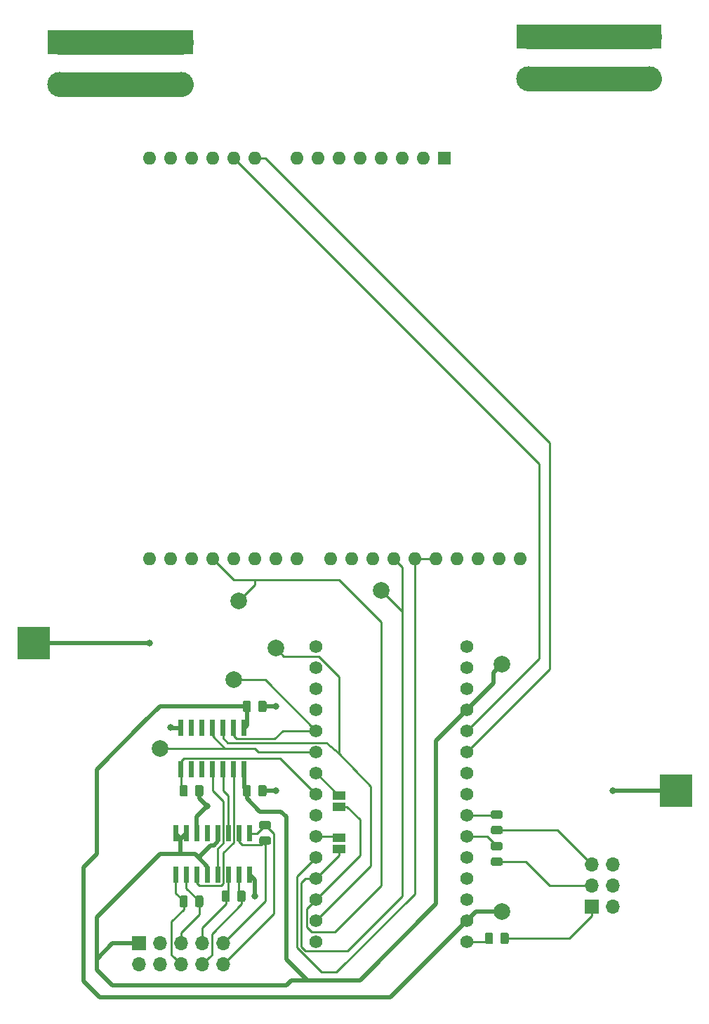
<source format=gbr>
G04 #@! TF.GenerationSoftware,KiCad,Pcbnew,5.1.5+dfsg1-2build2*
G04 #@! TF.CreationDate,2021-11-22T11:52:30+00:00*
G04 #@! TF.ProjectId,PIDController,50494443-6f6e-4747-926f-6c6c65722e6b,rev?*
G04 #@! TF.SameCoordinates,Original*
G04 #@! TF.FileFunction,Copper,L1,Top*
G04 #@! TF.FilePolarity,Positive*
%FSLAX46Y46*%
G04 Gerber Fmt 4.6, Leading zero omitted, Abs format (unit mm)*
G04 Created by KiCad (PCBNEW 5.1.5+dfsg1-2build2) date 2021-11-22 11:52:30*
%MOMM*%
%LPD*%
G04 APERTURE LIST*
%ADD10C,0.100000*%
%ADD11O,1.600000X1.600000*%
%ADD12R,1.600000X1.600000*%
%ADD13R,3.000000X3.000000*%
%ADD14C,3.000000*%
%ADD15C,1.560000*%
%ADD16R,1.700000X1.700000*%
%ADD17O,1.700000X1.700000*%
%ADD18R,1.500000X1.000000*%
%ADD19C,2.000000*%
%ADD20R,4.000000X4.000000*%
%ADD21C,0.800000*%
%ADD22C,0.500000*%
%ADD23C,0.250000*%
%ADD24C,3.000000*%
G04 APERTURE END LIST*
G04 #@! TA.AperFunction,SMDPad,CuDef*
D10*
G36*
X136370142Y-136341174D02*
G01*
X136393803Y-136344684D01*
X136417007Y-136350496D01*
X136439529Y-136358554D01*
X136461153Y-136368782D01*
X136481670Y-136381079D01*
X136500883Y-136395329D01*
X136518607Y-136411393D01*
X136534671Y-136429117D01*
X136548921Y-136448330D01*
X136561218Y-136468847D01*
X136571446Y-136490471D01*
X136579504Y-136512993D01*
X136585316Y-136536197D01*
X136588826Y-136559858D01*
X136590000Y-136583750D01*
X136590000Y-137071250D01*
X136588826Y-137095142D01*
X136585316Y-137118803D01*
X136579504Y-137142007D01*
X136571446Y-137164529D01*
X136561218Y-137186153D01*
X136548921Y-137206670D01*
X136534671Y-137225883D01*
X136518607Y-137243607D01*
X136500883Y-137259671D01*
X136481670Y-137273921D01*
X136461153Y-137286218D01*
X136439529Y-137296446D01*
X136417007Y-137304504D01*
X136393803Y-137310316D01*
X136370142Y-137313826D01*
X136346250Y-137315000D01*
X135433750Y-137315000D01*
X135409858Y-137313826D01*
X135386197Y-137310316D01*
X135362993Y-137304504D01*
X135340471Y-137296446D01*
X135318847Y-137286218D01*
X135298330Y-137273921D01*
X135279117Y-137259671D01*
X135261393Y-137243607D01*
X135245329Y-137225883D01*
X135231079Y-137206670D01*
X135218782Y-137186153D01*
X135208554Y-137164529D01*
X135200496Y-137142007D01*
X135194684Y-137118803D01*
X135191174Y-137095142D01*
X135190000Y-137071250D01*
X135190000Y-136583750D01*
X135191174Y-136559858D01*
X135194684Y-136536197D01*
X135200496Y-136512993D01*
X135208554Y-136490471D01*
X135218782Y-136468847D01*
X135231079Y-136448330D01*
X135245329Y-136429117D01*
X135261393Y-136411393D01*
X135279117Y-136395329D01*
X135298330Y-136381079D01*
X135318847Y-136368782D01*
X135340471Y-136358554D01*
X135362993Y-136350496D01*
X135386197Y-136344684D01*
X135409858Y-136341174D01*
X135433750Y-136340000D01*
X136346250Y-136340000D01*
X136370142Y-136341174D01*
G37*
G04 #@! TD.AperFunction*
G04 #@! TA.AperFunction,SMDPad,CuDef*
G36*
X136370142Y-134466174D02*
G01*
X136393803Y-134469684D01*
X136417007Y-134475496D01*
X136439529Y-134483554D01*
X136461153Y-134493782D01*
X136481670Y-134506079D01*
X136500883Y-134520329D01*
X136518607Y-134536393D01*
X136534671Y-134554117D01*
X136548921Y-134573330D01*
X136561218Y-134593847D01*
X136571446Y-134615471D01*
X136579504Y-134637993D01*
X136585316Y-134661197D01*
X136588826Y-134684858D01*
X136590000Y-134708750D01*
X136590000Y-135196250D01*
X136588826Y-135220142D01*
X136585316Y-135243803D01*
X136579504Y-135267007D01*
X136571446Y-135289529D01*
X136561218Y-135311153D01*
X136548921Y-135331670D01*
X136534671Y-135350883D01*
X136518607Y-135368607D01*
X136500883Y-135384671D01*
X136481670Y-135398921D01*
X136461153Y-135411218D01*
X136439529Y-135421446D01*
X136417007Y-135429504D01*
X136393803Y-135435316D01*
X136370142Y-135438826D01*
X136346250Y-135440000D01*
X135433750Y-135440000D01*
X135409858Y-135438826D01*
X135386197Y-135435316D01*
X135362993Y-135429504D01*
X135340471Y-135421446D01*
X135318847Y-135411218D01*
X135298330Y-135398921D01*
X135279117Y-135384671D01*
X135261393Y-135368607D01*
X135245329Y-135350883D01*
X135231079Y-135331670D01*
X135218782Y-135311153D01*
X135208554Y-135289529D01*
X135200496Y-135267007D01*
X135194684Y-135243803D01*
X135191174Y-135220142D01*
X135190000Y-135196250D01*
X135190000Y-134708750D01*
X135191174Y-134684858D01*
X135194684Y-134661197D01*
X135200496Y-134637993D01*
X135208554Y-134615471D01*
X135218782Y-134593847D01*
X135231079Y-134573330D01*
X135245329Y-134554117D01*
X135261393Y-134536393D01*
X135279117Y-134520329D01*
X135298330Y-134506079D01*
X135318847Y-134493782D01*
X135340471Y-134483554D01*
X135362993Y-134475496D01*
X135386197Y-134469684D01*
X135409858Y-134466174D01*
X135433750Y-134465000D01*
X136346250Y-134465000D01*
X136370142Y-134466174D01*
G37*
G04 #@! TD.AperFunction*
D11*
X166620000Y-102870000D03*
X164080000Y-102870000D03*
D12*
X157480000Y-54610000D03*
D11*
X127000000Y-102870000D03*
X154940000Y-54610000D03*
X129540000Y-102870000D03*
X152400000Y-54610000D03*
X132080000Y-102870000D03*
X149860000Y-54610000D03*
X134620000Y-102870000D03*
X147320000Y-54610000D03*
X137160000Y-102870000D03*
X144780000Y-54610000D03*
X139700000Y-102870000D03*
X142240000Y-54610000D03*
X143760000Y-102870000D03*
X139700000Y-54610000D03*
X146300000Y-102870000D03*
X134620000Y-54610000D03*
X148840000Y-102870000D03*
X132080000Y-54610000D03*
X151380000Y-102870000D03*
X129540000Y-54610000D03*
X153920000Y-102870000D03*
X127000000Y-54610000D03*
X156460000Y-102870000D03*
X124460000Y-54610000D03*
X159000000Y-102870000D03*
X121920000Y-54610000D03*
X161540000Y-102870000D03*
X121920000Y-102870000D03*
X124460000Y-102870000D03*
G04 #@! TA.AperFunction,SMDPad,CuDef*
D10*
G36*
X125357117Y-139920202D02*
G01*
X125361194Y-139920807D01*
X125365192Y-139921809D01*
X125369073Y-139923197D01*
X125372799Y-139924959D01*
X125376334Y-139927078D01*
X125379645Y-139929534D01*
X125382698Y-139932302D01*
X125385466Y-139935355D01*
X125387922Y-139938666D01*
X125390041Y-139942201D01*
X125391803Y-139945927D01*
X125393191Y-139949808D01*
X125394193Y-139953806D01*
X125394798Y-139957883D01*
X125395000Y-139962000D01*
X125395000Y-141848000D01*
X125394798Y-141852117D01*
X125394193Y-141856194D01*
X125393191Y-141860192D01*
X125391803Y-141864073D01*
X125390041Y-141867799D01*
X125387922Y-141871334D01*
X125385466Y-141874645D01*
X125382698Y-141877698D01*
X125379645Y-141880466D01*
X125376334Y-141882922D01*
X125372799Y-141885041D01*
X125369073Y-141886803D01*
X125365192Y-141888191D01*
X125361194Y-141889193D01*
X125357117Y-141889798D01*
X125353000Y-141890000D01*
X124837000Y-141890000D01*
X124832883Y-141889798D01*
X124828806Y-141889193D01*
X124824808Y-141888191D01*
X124820927Y-141886803D01*
X124817201Y-141885041D01*
X124813666Y-141882922D01*
X124810355Y-141880466D01*
X124807302Y-141877698D01*
X124804534Y-141874645D01*
X124802078Y-141871334D01*
X124799959Y-141867799D01*
X124798197Y-141864073D01*
X124796809Y-141860192D01*
X124795807Y-141856194D01*
X124795202Y-141852117D01*
X124795000Y-141848000D01*
X124795000Y-139962000D01*
X124795202Y-139957883D01*
X124795807Y-139953806D01*
X124796809Y-139949808D01*
X124798197Y-139945927D01*
X124799959Y-139942201D01*
X124802078Y-139938666D01*
X124804534Y-139935355D01*
X124807302Y-139932302D01*
X124810355Y-139929534D01*
X124813666Y-139927078D01*
X124817201Y-139924959D01*
X124820927Y-139923197D01*
X124824808Y-139921809D01*
X124828806Y-139920807D01*
X124832883Y-139920202D01*
X124837000Y-139920000D01*
X125353000Y-139920000D01*
X125357117Y-139920202D01*
G37*
G04 #@! TD.AperFunction*
G04 #@! TA.AperFunction,SMDPad,CuDef*
G36*
X126627117Y-139920202D02*
G01*
X126631194Y-139920807D01*
X126635192Y-139921809D01*
X126639073Y-139923197D01*
X126642799Y-139924959D01*
X126646334Y-139927078D01*
X126649645Y-139929534D01*
X126652698Y-139932302D01*
X126655466Y-139935355D01*
X126657922Y-139938666D01*
X126660041Y-139942201D01*
X126661803Y-139945927D01*
X126663191Y-139949808D01*
X126664193Y-139953806D01*
X126664798Y-139957883D01*
X126665000Y-139962000D01*
X126665000Y-141848000D01*
X126664798Y-141852117D01*
X126664193Y-141856194D01*
X126663191Y-141860192D01*
X126661803Y-141864073D01*
X126660041Y-141867799D01*
X126657922Y-141871334D01*
X126655466Y-141874645D01*
X126652698Y-141877698D01*
X126649645Y-141880466D01*
X126646334Y-141882922D01*
X126642799Y-141885041D01*
X126639073Y-141886803D01*
X126635192Y-141888191D01*
X126631194Y-141889193D01*
X126627117Y-141889798D01*
X126623000Y-141890000D01*
X126107000Y-141890000D01*
X126102883Y-141889798D01*
X126098806Y-141889193D01*
X126094808Y-141888191D01*
X126090927Y-141886803D01*
X126087201Y-141885041D01*
X126083666Y-141882922D01*
X126080355Y-141880466D01*
X126077302Y-141877698D01*
X126074534Y-141874645D01*
X126072078Y-141871334D01*
X126069959Y-141867799D01*
X126068197Y-141864073D01*
X126066809Y-141860192D01*
X126065807Y-141856194D01*
X126065202Y-141852117D01*
X126065000Y-141848000D01*
X126065000Y-139962000D01*
X126065202Y-139957883D01*
X126065807Y-139953806D01*
X126066809Y-139949808D01*
X126068197Y-139945927D01*
X126069959Y-139942201D01*
X126072078Y-139938666D01*
X126074534Y-139935355D01*
X126077302Y-139932302D01*
X126080355Y-139929534D01*
X126083666Y-139927078D01*
X126087201Y-139924959D01*
X126090927Y-139923197D01*
X126094808Y-139921809D01*
X126098806Y-139920807D01*
X126102883Y-139920202D01*
X126107000Y-139920000D01*
X126623000Y-139920000D01*
X126627117Y-139920202D01*
G37*
G04 #@! TD.AperFunction*
G04 #@! TA.AperFunction,SMDPad,CuDef*
G36*
X127897117Y-139920202D02*
G01*
X127901194Y-139920807D01*
X127905192Y-139921809D01*
X127909073Y-139923197D01*
X127912799Y-139924959D01*
X127916334Y-139927078D01*
X127919645Y-139929534D01*
X127922698Y-139932302D01*
X127925466Y-139935355D01*
X127927922Y-139938666D01*
X127930041Y-139942201D01*
X127931803Y-139945927D01*
X127933191Y-139949808D01*
X127934193Y-139953806D01*
X127934798Y-139957883D01*
X127935000Y-139962000D01*
X127935000Y-141848000D01*
X127934798Y-141852117D01*
X127934193Y-141856194D01*
X127933191Y-141860192D01*
X127931803Y-141864073D01*
X127930041Y-141867799D01*
X127927922Y-141871334D01*
X127925466Y-141874645D01*
X127922698Y-141877698D01*
X127919645Y-141880466D01*
X127916334Y-141882922D01*
X127912799Y-141885041D01*
X127909073Y-141886803D01*
X127905192Y-141888191D01*
X127901194Y-141889193D01*
X127897117Y-141889798D01*
X127893000Y-141890000D01*
X127377000Y-141890000D01*
X127372883Y-141889798D01*
X127368806Y-141889193D01*
X127364808Y-141888191D01*
X127360927Y-141886803D01*
X127357201Y-141885041D01*
X127353666Y-141882922D01*
X127350355Y-141880466D01*
X127347302Y-141877698D01*
X127344534Y-141874645D01*
X127342078Y-141871334D01*
X127339959Y-141867799D01*
X127338197Y-141864073D01*
X127336809Y-141860192D01*
X127335807Y-141856194D01*
X127335202Y-141852117D01*
X127335000Y-141848000D01*
X127335000Y-139962000D01*
X127335202Y-139957883D01*
X127335807Y-139953806D01*
X127336809Y-139949808D01*
X127338197Y-139945927D01*
X127339959Y-139942201D01*
X127342078Y-139938666D01*
X127344534Y-139935355D01*
X127347302Y-139932302D01*
X127350355Y-139929534D01*
X127353666Y-139927078D01*
X127357201Y-139924959D01*
X127360927Y-139923197D01*
X127364808Y-139921809D01*
X127368806Y-139920807D01*
X127372883Y-139920202D01*
X127377000Y-139920000D01*
X127893000Y-139920000D01*
X127897117Y-139920202D01*
G37*
G04 #@! TD.AperFunction*
G04 #@! TA.AperFunction,SMDPad,CuDef*
G36*
X129167117Y-139920202D02*
G01*
X129171194Y-139920807D01*
X129175192Y-139921809D01*
X129179073Y-139923197D01*
X129182799Y-139924959D01*
X129186334Y-139927078D01*
X129189645Y-139929534D01*
X129192698Y-139932302D01*
X129195466Y-139935355D01*
X129197922Y-139938666D01*
X129200041Y-139942201D01*
X129201803Y-139945927D01*
X129203191Y-139949808D01*
X129204193Y-139953806D01*
X129204798Y-139957883D01*
X129205000Y-139962000D01*
X129205000Y-141848000D01*
X129204798Y-141852117D01*
X129204193Y-141856194D01*
X129203191Y-141860192D01*
X129201803Y-141864073D01*
X129200041Y-141867799D01*
X129197922Y-141871334D01*
X129195466Y-141874645D01*
X129192698Y-141877698D01*
X129189645Y-141880466D01*
X129186334Y-141882922D01*
X129182799Y-141885041D01*
X129179073Y-141886803D01*
X129175192Y-141888191D01*
X129171194Y-141889193D01*
X129167117Y-141889798D01*
X129163000Y-141890000D01*
X128647000Y-141890000D01*
X128642883Y-141889798D01*
X128638806Y-141889193D01*
X128634808Y-141888191D01*
X128630927Y-141886803D01*
X128627201Y-141885041D01*
X128623666Y-141882922D01*
X128620355Y-141880466D01*
X128617302Y-141877698D01*
X128614534Y-141874645D01*
X128612078Y-141871334D01*
X128609959Y-141867799D01*
X128608197Y-141864073D01*
X128606809Y-141860192D01*
X128605807Y-141856194D01*
X128605202Y-141852117D01*
X128605000Y-141848000D01*
X128605000Y-139962000D01*
X128605202Y-139957883D01*
X128605807Y-139953806D01*
X128606809Y-139949808D01*
X128608197Y-139945927D01*
X128609959Y-139942201D01*
X128612078Y-139938666D01*
X128614534Y-139935355D01*
X128617302Y-139932302D01*
X128620355Y-139929534D01*
X128623666Y-139927078D01*
X128627201Y-139924959D01*
X128630927Y-139923197D01*
X128634808Y-139921809D01*
X128638806Y-139920807D01*
X128642883Y-139920202D01*
X128647000Y-139920000D01*
X129163000Y-139920000D01*
X129167117Y-139920202D01*
G37*
G04 #@! TD.AperFunction*
G04 #@! TA.AperFunction,SMDPad,CuDef*
G36*
X130437117Y-139920202D02*
G01*
X130441194Y-139920807D01*
X130445192Y-139921809D01*
X130449073Y-139923197D01*
X130452799Y-139924959D01*
X130456334Y-139927078D01*
X130459645Y-139929534D01*
X130462698Y-139932302D01*
X130465466Y-139935355D01*
X130467922Y-139938666D01*
X130470041Y-139942201D01*
X130471803Y-139945927D01*
X130473191Y-139949808D01*
X130474193Y-139953806D01*
X130474798Y-139957883D01*
X130475000Y-139962000D01*
X130475000Y-141848000D01*
X130474798Y-141852117D01*
X130474193Y-141856194D01*
X130473191Y-141860192D01*
X130471803Y-141864073D01*
X130470041Y-141867799D01*
X130467922Y-141871334D01*
X130465466Y-141874645D01*
X130462698Y-141877698D01*
X130459645Y-141880466D01*
X130456334Y-141882922D01*
X130452799Y-141885041D01*
X130449073Y-141886803D01*
X130445192Y-141888191D01*
X130441194Y-141889193D01*
X130437117Y-141889798D01*
X130433000Y-141890000D01*
X129917000Y-141890000D01*
X129912883Y-141889798D01*
X129908806Y-141889193D01*
X129904808Y-141888191D01*
X129900927Y-141886803D01*
X129897201Y-141885041D01*
X129893666Y-141882922D01*
X129890355Y-141880466D01*
X129887302Y-141877698D01*
X129884534Y-141874645D01*
X129882078Y-141871334D01*
X129879959Y-141867799D01*
X129878197Y-141864073D01*
X129876809Y-141860192D01*
X129875807Y-141856194D01*
X129875202Y-141852117D01*
X129875000Y-141848000D01*
X129875000Y-139962000D01*
X129875202Y-139957883D01*
X129875807Y-139953806D01*
X129876809Y-139949808D01*
X129878197Y-139945927D01*
X129879959Y-139942201D01*
X129882078Y-139938666D01*
X129884534Y-139935355D01*
X129887302Y-139932302D01*
X129890355Y-139929534D01*
X129893666Y-139927078D01*
X129897201Y-139924959D01*
X129900927Y-139923197D01*
X129904808Y-139921809D01*
X129908806Y-139920807D01*
X129912883Y-139920202D01*
X129917000Y-139920000D01*
X130433000Y-139920000D01*
X130437117Y-139920202D01*
G37*
G04 #@! TD.AperFunction*
G04 #@! TA.AperFunction,SMDPad,CuDef*
G36*
X131707117Y-139920202D02*
G01*
X131711194Y-139920807D01*
X131715192Y-139921809D01*
X131719073Y-139923197D01*
X131722799Y-139924959D01*
X131726334Y-139927078D01*
X131729645Y-139929534D01*
X131732698Y-139932302D01*
X131735466Y-139935355D01*
X131737922Y-139938666D01*
X131740041Y-139942201D01*
X131741803Y-139945927D01*
X131743191Y-139949808D01*
X131744193Y-139953806D01*
X131744798Y-139957883D01*
X131745000Y-139962000D01*
X131745000Y-141848000D01*
X131744798Y-141852117D01*
X131744193Y-141856194D01*
X131743191Y-141860192D01*
X131741803Y-141864073D01*
X131740041Y-141867799D01*
X131737922Y-141871334D01*
X131735466Y-141874645D01*
X131732698Y-141877698D01*
X131729645Y-141880466D01*
X131726334Y-141882922D01*
X131722799Y-141885041D01*
X131719073Y-141886803D01*
X131715192Y-141888191D01*
X131711194Y-141889193D01*
X131707117Y-141889798D01*
X131703000Y-141890000D01*
X131187000Y-141890000D01*
X131182883Y-141889798D01*
X131178806Y-141889193D01*
X131174808Y-141888191D01*
X131170927Y-141886803D01*
X131167201Y-141885041D01*
X131163666Y-141882922D01*
X131160355Y-141880466D01*
X131157302Y-141877698D01*
X131154534Y-141874645D01*
X131152078Y-141871334D01*
X131149959Y-141867799D01*
X131148197Y-141864073D01*
X131146809Y-141860192D01*
X131145807Y-141856194D01*
X131145202Y-141852117D01*
X131145000Y-141848000D01*
X131145000Y-139962000D01*
X131145202Y-139957883D01*
X131145807Y-139953806D01*
X131146809Y-139949808D01*
X131148197Y-139945927D01*
X131149959Y-139942201D01*
X131152078Y-139938666D01*
X131154534Y-139935355D01*
X131157302Y-139932302D01*
X131160355Y-139929534D01*
X131163666Y-139927078D01*
X131167201Y-139924959D01*
X131170927Y-139923197D01*
X131174808Y-139921809D01*
X131178806Y-139920807D01*
X131182883Y-139920202D01*
X131187000Y-139920000D01*
X131703000Y-139920000D01*
X131707117Y-139920202D01*
G37*
G04 #@! TD.AperFunction*
G04 #@! TA.AperFunction,SMDPad,CuDef*
G36*
X132977117Y-139920202D02*
G01*
X132981194Y-139920807D01*
X132985192Y-139921809D01*
X132989073Y-139923197D01*
X132992799Y-139924959D01*
X132996334Y-139927078D01*
X132999645Y-139929534D01*
X133002698Y-139932302D01*
X133005466Y-139935355D01*
X133007922Y-139938666D01*
X133010041Y-139942201D01*
X133011803Y-139945927D01*
X133013191Y-139949808D01*
X133014193Y-139953806D01*
X133014798Y-139957883D01*
X133015000Y-139962000D01*
X133015000Y-141848000D01*
X133014798Y-141852117D01*
X133014193Y-141856194D01*
X133013191Y-141860192D01*
X133011803Y-141864073D01*
X133010041Y-141867799D01*
X133007922Y-141871334D01*
X133005466Y-141874645D01*
X133002698Y-141877698D01*
X132999645Y-141880466D01*
X132996334Y-141882922D01*
X132992799Y-141885041D01*
X132989073Y-141886803D01*
X132985192Y-141888191D01*
X132981194Y-141889193D01*
X132977117Y-141889798D01*
X132973000Y-141890000D01*
X132457000Y-141890000D01*
X132452883Y-141889798D01*
X132448806Y-141889193D01*
X132444808Y-141888191D01*
X132440927Y-141886803D01*
X132437201Y-141885041D01*
X132433666Y-141882922D01*
X132430355Y-141880466D01*
X132427302Y-141877698D01*
X132424534Y-141874645D01*
X132422078Y-141871334D01*
X132419959Y-141867799D01*
X132418197Y-141864073D01*
X132416809Y-141860192D01*
X132415807Y-141856194D01*
X132415202Y-141852117D01*
X132415000Y-141848000D01*
X132415000Y-139962000D01*
X132415202Y-139957883D01*
X132415807Y-139953806D01*
X132416809Y-139949808D01*
X132418197Y-139945927D01*
X132419959Y-139942201D01*
X132422078Y-139938666D01*
X132424534Y-139935355D01*
X132427302Y-139932302D01*
X132430355Y-139929534D01*
X132433666Y-139927078D01*
X132437201Y-139924959D01*
X132440927Y-139923197D01*
X132444808Y-139921809D01*
X132448806Y-139920807D01*
X132452883Y-139920202D01*
X132457000Y-139920000D01*
X132973000Y-139920000D01*
X132977117Y-139920202D01*
G37*
G04 #@! TD.AperFunction*
G04 #@! TA.AperFunction,SMDPad,CuDef*
G36*
X134247117Y-139920202D02*
G01*
X134251194Y-139920807D01*
X134255192Y-139921809D01*
X134259073Y-139923197D01*
X134262799Y-139924959D01*
X134266334Y-139927078D01*
X134269645Y-139929534D01*
X134272698Y-139932302D01*
X134275466Y-139935355D01*
X134277922Y-139938666D01*
X134280041Y-139942201D01*
X134281803Y-139945927D01*
X134283191Y-139949808D01*
X134284193Y-139953806D01*
X134284798Y-139957883D01*
X134285000Y-139962000D01*
X134285000Y-141848000D01*
X134284798Y-141852117D01*
X134284193Y-141856194D01*
X134283191Y-141860192D01*
X134281803Y-141864073D01*
X134280041Y-141867799D01*
X134277922Y-141871334D01*
X134275466Y-141874645D01*
X134272698Y-141877698D01*
X134269645Y-141880466D01*
X134266334Y-141882922D01*
X134262799Y-141885041D01*
X134259073Y-141886803D01*
X134255192Y-141888191D01*
X134251194Y-141889193D01*
X134247117Y-141889798D01*
X134243000Y-141890000D01*
X133727000Y-141890000D01*
X133722883Y-141889798D01*
X133718806Y-141889193D01*
X133714808Y-141888191D01*
X133710927Y-141886803D01*
X133707201Y-141885041D01*
X133703666Y-141882922D01*
X133700355Y-141880466D01*
X133697302Y-141877698D01*
X133694534Y-141874645D01*
X133692078Y-141871334D01*
X133689959Y-141867799D01*
X133688197Y-141864073D01*
X133686809Y-141860192D01*
X133685807Y-141856194D01*
X133685202Y-141852117D01*
X133685000Y-141848000D01*
X133685000Y-139962000D01*
X133685202Y-139957883D01*
X133685807Y-139953806D01*
X133686809Y-139949808D01*
X133688197Y-139945927D01*
X133689959Y-139942201D01*
X133692078Y-139938666D01*
X133694534Y-139935355D01*
X133697302Y-139932302D01*
X133700355Y-139929534D01*
X133703666Y-139927078D01*
X133707201Y-139924959D01*
X133710927Y-139923197D01*
X133714808Y-139921809D01*
X133718806Y-139920807D01*
X133722883Y-139920202D01*
X133727000Y-139920000D01*
X134243000Y-139920000D01*
X134247117Y-139920202D01*
G37*
G04 #@! TD.AperFunction*
G04 #@! TA.AperFunction,SMDPad,CuDef*
G36*
X134247117Y-134970202D02*
G01*
X134251194Y-134970807D01*
X134255192Y-134971809D01*
X134259073Y-134973197D01*
X134262799Y-134974959D01*
X134266334Y-134977078D01*
X134269645Y-134979534D01*
X134272698Y-134982302D01*
X134275466Y-134985355D01*
X134277922Y-134988666D01*
X134280041Y-134992201D01*
X134281803Y-134995927D01*
X134283191Y-134999808D01*
X134284193Y-135003806D01*
X134284798Y-135007883D01*
X134285000Y-135012000D01*
X134285000Y-136898000D01*
X134284798Y-136902117D01*
X134284193Y-136906194D01*
X134283191Y-136910192D01*
X134281803Y-136914073D01*
X134280041Y-136917799D01*
X134277922Y-136921334D01*
X134275466Y-136924645D01*
X134272698Y-136927698D01*
X134269645Y-136930466D01*
X134266334Y-136932922D01*
X134262799Y-136935041D01*
X134259073Y-136936803D01*
X134255192Y-136938191D01*
X134251194Y-136939193D01*
X134247117Y-136939798D01*
X134243000Y-136940000D01*
X133727000Y-136940000D01*
X133722883Y-136939798D01*
X133718806Y-136939193D01*
X133714808Y-136938191D01*
X133710927Y-136936803D01*
X133707201Y-136935041D01*
X133703666Y-136932922D01*
X133700355Y-136930466D01*
X133697302Y-136927698D01*
X133694534Y-136924645D01*
X133692078Y-136921334D01*
X133689959Y-136917799D01*
X133688197Y-136914073D01*
X133686809Y-136910192D01*
X133685807Y-136906194D01*
X133685202Y-136902117D01*
X133685000Y-136898000D01*
X133685000Y-135012000D01*
X133685202Y-135007883D01*
X133685807Y-135003806D01*
X133686809Y-134999808D01*
X133688197Y-134995927D01*
X133689959Y-134992201D01*
X133692078Y-134988666D01*
X133694534Y-134985355D01*
X133697302Y-134982302D01*
X133700355Y-134979534D01*
X133703666Y-134977078D01*
X133707201Y-134974959D01*
X133710927Y-134973197D01*
X133714808Y-134971809D01*
X133718806Y-134970807D01*
X133722883Y-134970202D01*
X133727000Y-134970000D01*
X134243000Y-134970000D01*
X134247117Y-134970202D01*
G37*
G04 #@! TD.AperFunction*
G04 #@! TA.AperFunction,SMDPad,CuDef*
G36*
X132977117Y-134970202D02*
G01*
X132981194Y-134970807D01*
X132985192Y-134971809D01*
X132989073Y-134973197D01*
X132992799Y-134974959D01*
X132996334Y-134977078D01*
X132999645Y-134979534D01*
X133002698Y-134982302D01*
X133005466Y-134985355D01*
X133007922Y-134988666D01*
X133010041Y-134992201D01*
X133011803Y-134995927D01*
X133013191Y-134999808D01*
X133014193Y-135003806D01*
X133014798Y-135007883D01*
X133015000Y-135012000D01*
X133015000Y-136898000D01*
X133014798Y-136902117D01*
X133014193Y-136906194D01*
X133013191Y-136910192D01*
X133011803Y-136914073D01*
X133010041Y-136917799D01*
X133007922Y-136921334D01*
X133005466Y-136924645D01*
X133002698Y-136927698D01*
X132999645Y-136930466D01*
X132996334Y-136932922D01*
X132992799Y-136935041D01*
X132989073Y-136936803D01*
X132985192Y-136938191D01*
X132981194Y-136939193D01*
X132977117Y-136939798D01*
X132973000Y-136940000D01*
X132457000Y-136940000D01*
X132452883Y-136939798D01*
X132448806Y-136939193D01*
X132444808Y-136938191D01*
X132440927Y-136936803D01*
X132437201Y-136935041D01*
X132433666Y-136932922D01*
X132430355Y-136930466D01*
X132427302Y-136927698D01*
X132424534Y-136924645D01*
X132422078Y-136921334D01*
X132419959Y-136917799D01*
X132418197Y-136914073D01*
X132416809Y-136910192D01*
X132415807Y-136906194D01*
X132415202Y-136902117D01*
X132415000Y-136898000D01*
X132415000Y-135012000D01*
X132415202Y-135007883D01*
X132415807Y-135003806D01*
X132416809Y-134999808D01*
X132418197Y-134995927D01*
X132419959Y-134992201D01*
X132422078Y-134988666D01*
X132424534Y-134985355D01*
X132427302Y-134982302D01*
X132430355Y-134979534D01*
X132433666Y-134977078D01*
X132437201Y-134974959D01*
X132440927Y-134973197D01*
X132444808Y-134971809D01*
X132448806Y-134970807D01*
X132452883Y-134970202D01*
X132457000Y-134970000D01*
X132973000Y-134970000D01*
X132977117Y-134970202D01*
G37*
G04 #@! TD.AperFunction*
G04 #@! TA.AperFunction,SMDPad,CuDef*
G36*
X131707117Y-134970202D02*
G01*
X131711194Y-134970807D01*
X131715192Y-134971809D01*
X131719073Y-134973197D01*
X131722799Y-134974959D01*
X131726334Y-134977078D01*
X131729645Y-134979534D01*
X131732698Y-134982302D01*
X131735466Y-134985355D01*
X131737922Y-134988666D01*
X131740041Y-134992201D01*
X131741803Y-134995927D01*
X131743191Y-134999808D01*
X131744193Y-135003806D01*
X131744798Y-135007883D01*
X131745000Y-135012000D01*
X131745000Y-136898000D01*
X131744798Y-136902117D01*
X131744193Y-136906194D01*
X131743191Y-136910192D01*
X131741803Y-136914073D01*
X131740041Y-136917799D01*
X131737922Y-136921334D01*
X131735466Y-136924645D01*
X131732698Y-136927698D01*
X131729645Y-136930466D01*
X131726334Y-136932922D01*
X131722799Y-136935041D01*
X131719073Y-136936803D01*
X131715192Y-136938191D01*
X131711194Y-136939193D01*
X131707117Y-136939798D01*
X131703000Y-136940000D01*
X131187000Y-136940000D01*
X131182883Y-136939798D01*
X131178806Y-136939193D01*
X131174808Y-136938191D01*
X131170927Y-136936803D01*
X131167201Y-136935041D01*
X131163666Y-136932922D01*
X131160355Y-136930466D01*
X131157302Y-136927698D01*
X131154534Y-136924645D01*
X131152078Y-136921334D01*
X131149959Y-136917799D01*
X131148197Y-136914073D01*
X131146809Y-136910192D01*
X131145807Y-136906194D01*
X131145202Y-136902117D01*
X131145000Y-136898000D01*
X131145000Y-135012000D01*
X131145202Y-135007883D01*
X131145807Y-135003806D01*
X131146809Y-134999808D01*
X131148197Y-134995927D01*
X131149959Y-134992201D01*
X131152078Y-134988666D01*
X131154534Y-134985355D01*
X131157302Y-134982302D01*
X131160355Y-134979534D01*
X131163666Y-134977078D01*
X131167201Y-134974959D01*
X131170927Y-134973197D01*
X131174808Y-134971809D01*
X131178806Y-134970807D01*
X131182883Y-134970202D01*
X131187000Y-134970000D01*
X131703000Y-134970000D01*
X131707117Y-134970202D01*
G37*
G04 #@! TD.AperFunction*
G04 #@! TA.AperFunction,SMDPad,CuDef*
G36*
X130437117Y-134970202D02*
G01*
X130441194Y-134970807D01*
X130445192Y-134971809D01*
X130449073Y-134973197D01*
X130452799Y-134974959D01*
X130456334Y-134977078D01*
X130459645Y-134979534D01*
X130462698Y-134982302D01*
X130465466Y-134985355D01*
X130467922Y-134988666D01*
X130470041Y-134992201D01*
X130471803Y-134995927D01*
X130473191Y-134999808D01*
X130474193Y-135003806D01*
X130474798Y-135007883D01*
X130475000Y-135012000D01*
X130475000Y-136898000D01*
X130474798Y-136902117D01*
X130474193Y-136906194D01*
X130473191Y-136910192D01*
X130471803Y-136914073D01*
X130470041Y-136917799D01*
X130467922Y-136921334D01*
X130465466Y-136924645D01*
X130462698Y-136927698D01*
X130459645Y-136930466D01*
X130456334Y-136932922D01*
X130452799Y-136935041D01*
X130449073Y-136936803D01*
X130445192Y-136938191D01*
X130441194Y-136939193D01*
X130437117Y-136939798D01*
X130433000Y-136940000D01*
X129917000Y-136940000D01*
X129912883Y-136939798D01*
X129908806Y-136939193D01*
X129904808Y-136938191D01*
X129900927Y-136936803D01*
X129897201Y-136935041D01*
X129893666Y-136932922D01*
X129890355Y-136930466D01*
X129887302Y-136927698D01*
X129884534Y-136924645D01*
X129882078Y-136921334D01*
X129879959Y-136917799D01*
X129878197Y-136914073D01*
X129876809Y-136910192D01*
X129875807Y-136906194D01*
X129875202Y-136902117D01*
X129875000Y-136898000D01*
X129875000Y-135012000D01*
X129875202Y-135007883D01*
X129875807Y-135003806D01*
X129876809Y-134999808D01*
X129878197Y-134995927D01*
X129879959Y-134992201D01*
X129882078Y-134988666D01*
X129884534Y-134985355D01*
X129887302Y-134982302D01*
X129890355Y-134979534D01*
X129893666Y-134977078D01*
X129897201Y-134974959D01*
X129900927Y-134973197D01*
X129904808Y-134971809D01*
X129908806Y-134970807D01*
X129912883Y-134970202D01*
X129917000Y-134970000D01*
X130433000Y-134970000D01*
X130437117Y-134970202D01*
G37*
G04 #@! TD.AperFunction*
G04 #@! TA.AperFunction,SMDPad,CuDef*
G36*
X129167117Y-134970202D02*
G01*
X129171194Y-134970807D01*
X129175192Y-134971809D01*
X129179073Y-134973197D01*
X129182799Y-134974959D01*
X129186334Y-134977078D01*
X129189645Y-134979534D01*
X129192698Y-134982302D01*
X129195466Y-134985355D01*
X129197922Y-134988666D01*
X129200041Y-134992201D01*
X129201803Y-134995927D01*
X129203191Y-134999808D01*
X129204193Y-135003806D01*
X129204798Y-135007883D01*
X129205000Y-135012000D01*
X129205000Y-136898000D01*
X129204798Y-136902117D01*
X129204193Y-136906194D01*
X129203191Y-136910192D01*
X129201803Y-136914073D01*
X129200041Y-136917799D01*
X129197922Y-136921334D01*
X129195466Y-136924645D01*
X129192698Y-136927698D01*
X129189645Y-136930466D01*
X129186334Y-136932922D01*
X129182799Y-136935041D01*
X129179073Y-136936803D01*
X129175192Y-136938191D01*
X129171194Y-136939193D01*
X129167117Y-136939798D01*
X129163000Y-136940000D01*
X128647000Y-136940000D01*
X128642883Y-136939798D01*
X128638806Y-136939193D01*
X128634808Y-136938191D01*
X128630927Y-136936803D01*
X128627201Y-136935041D01*
X128623666Y-136932922D01*
X128620355Y-136930466D01*
X128617302Y-136927698D01*
X128614534Y-136924645D01*
X128612078Y-136921334D01*
X128609959Y-136917799D01*
X128608197Y-136914073D01*
X128606809Y-136910192D01*
X128605807Y-136906194D01*
X128605202Y-136902117D01*
X128605000Y-136898000D01*
X128605000Y-135012000D01*
X128605202Y-135007883D01*
X128605807Y-135003806D01*
X128606809Y-134999808D01*
X128608197Y-134995927D01*
X128609959Y-134992201D01*
X128612078Y-134988666D01*
X128614534Y-134985355D01*
X128617302Y-134982302D01*
X128620355Y-134979534D01*
X128623666Y-134977078D01*
X128627201Y-134974959D01*
X128630927Y-134973197D01*
X128634808Y-134971809D01*
X128638806Y-134970807D01*
X128642883Y-134970202D01*
X128647000Y-134970000D01*
X129163000Y-134970000D01*
X129167117Y-134970202D01*
G37*
G04 #@! TD.AperFunction*
G04 #@! TA.AperFunction,SMDPad,CuDef*
G36*
X127897117Y-134970202D02*
G01*
X127901194Y-134970807D01*
X127905192Y-134971809D01*
X127909073Y-134973197D01*
X127912799Y-134974959D01*
X127916334Y-134977078D01*
X127919645Y-134979534D01*
X127922698Y-134982302D01*
X127925466Y-134985355D01*
X127927922Y-134988666D01*
X127930041Y-134992201D01*
X127931803Y-134995927D01*
X127933191Y-134999808D01*
X127934193Y-135003806D01*
X127934798Y-135007883D01*
X127935000Y-135012000D01*
X127935000Y-136898000D01*
X127934798Y-136902117D01*
X127934193Y-136906194D01*
X127933191Y-136910192D01*
X127931803Y-136914073D01*
X127930041Y-136917799D01*
X127927922Y-136921334D01*
X127925466Y-136924645D01*
X127922698Y-136927698D01*
X127919645Y-136930466D01*
X127916334Y-136932922D01*
X127912799Y-136935041D01*
X127909073Y-136936803D01*
X127905192Y-136938191D01*
X127901194Y-136939193D01*
X127897117Y-136939798D01*
X127893000Y-136940000D01*
X127377000Y-136940000D01*
X127372883Y-136939798D01*
X127368806Y-136939193D01*
X127364808Y-136938191D01*
X127360927Y-136936803D01*
X127357201Y-136935041D01*
X127353666Y-136932922D01*
X127350355Y-136930466D01*
X127347302Y-136927698D01*
X127344534Y-136924645D01*
X127342078Y-136921334D01*
X127339959Y-136917799D01*
X127338197Y-136914073D01*
X127336809Y-136910192D01*
X127335807Y-136906194D01*
X127335202Y-136902117D01*
X127335000Y-136898000D01*
X127335000Y-135012000D01*
X127335202Y-135007883D01*
X127335807Y-135003806D01*
X127336809Y-134999808D01*
X127338197Y-134995927D01*
X127339959Y-134992201D01*
X127342078Y-134988666D01*
X127344534Y-134985355D01*
X127347302Y-134982302D01*
X127350355Y-134979534D01*
X127353666Y-134977078D01*
X127357201Y-134974959D01*
X127360927Y-134973197D01*
X127364808Y-134971809D01*
X127368806Y-134970807D01*
X127372883Y-134970202D01*
X127377000Y-134970000D01*
X127893000Y-134970000D01*
X127897117Y-134970202D01*
G37*
G04 #@! TD.AperFunction*
G04 #@! TA.AperFunction,SMDPad,CuDef*
G36*
X126627117Y-134970202D02*
G01*
X126631194Y-134970807D01*
X126635192Y-134971809D01*
X126639073Y-134973197D01*
X126642799Y-134974959D01*
X126646334Y-134977078D01*
X126649645Y-134979534D01*
X126652698Y-134982302D01*
X126655466Y-134985355D01*
X126657922Y-134988666D01*
X126660041Y-134992201D01*
X126661803Y-134995927D01*
X126663191Y-134999808D01*
X126664193Y-135003806D01*
X126664798Y-135007883D01*
X126665000Y-135012000D01*
X126665000Y-136898000D01*
X126664798Y-136902117D01*
X126664193Y-136906194D01*
X126663191Y-136910192D01*
X126661803Y-136914073D01*
X126660041Y-136917799D01*
X126657922Y-136921334D01*
X126655466Y-136924645D01*
X126652698Y-136927698D01*
X126649645Y-136930466D01*
X126646334Y-136932922D01*
X126642799Y-136935041D01*
X126639073Y-136936803D01*
X126635192Y-136938191D01*
X126631194Y-136939193D01*
X126627117Y-136939798D01*
X126623000Y-136940000D01*
X126107000Y-136940000D01*
X126102883Y-136939798D01*
X126098806Y-136939193D01*
X126094808Y-136938191D01*
X126090927Y-136936803D01*
X126087201Y-136935041D01*
X126083666Y-136932922D01*
X126080355Y-136930466D01*
X126077302Y-136927698D01*
X126074534Y-136924645D01*
X126072078Y-136921334D01*
X126069959Y-136917799D01*
X126068197Y-136914073D01*
X126066809Y-136910192D01*
X126065807Y-136906194D01*
X126065202Y-136902117D01*
X126065000Y-136898000D01*
X126065000Y-135012000D01*
X126065202Y-135007883D01*
X126065807Y-135003806D01*
X126066809Y-134999808D01*
X126068197Y-134995927D01*
X126069959Y-134992201D01*
X126072078Y-134988666D01*
X126074534Y-134985355D01*
X126077302Y-134982302D01*
X126080355Y-134979534D01*
X126083666Y-134977078D01*
X126087201Y-134974959D01*
X126090927Y-134973197D01*
X126094808Y-134971809D01*
X126098806Y-134970807D01*
X126102883Y-134970202D01*
X126107000Y-134970000D01*
X126623000Y-134970000D01*
X126627117Y-134970202D01*
G37*
G04 #@! TD.AperFunction*
G04 #@! TA.AperFunction,SMDPad,CuDef*
G36*
X125357117Y-134970202D02*
G01*
X125361194Y-134970807D01*
X125365192Y-134971809D01*
X125369073Y-134973197D01*
X125372799Y-134974959D01*
X125376334Y-134977078D01*
X125379645Y-134979534D01*
X125382698Y-134982302D01*
X125385466Y-134985355D01*
X125387922Y-134988666D01*
X125390041Y-134992201D01*
X125391803Y-134995927D01*
X125393191Y-134999808D01*
X125394193Y-135003806D01*
X125394798Y-135007883D01*
X125395000Y-135012000D01*
X125395000Y-136898000D01*
X125394798Y-136902117D01*
X125394193Y-136906194D01*
X125393191Y-136910192D01*
X125391803Y-136914073D01*
X125390041Y-136917799D01*
X125387922Y-136921334D01*
X125385466Y-136924645D01*
X125382698Y-136927698D01*
X125379645Y-136930466D01*
X125376334Y-136932922D01*
X125372799Y-136935041D01*
X125369073Y-136936803D01*
X125365192Y-136938191D01*
X125361194Y-136939193D01*
X125357117Y-136939798D01*
X125353000Y-136940000D01*
X124837000Y-136940000D01*
X124832883Y-136939798D01*
X124828806Y-136939193D01*
X124824808Y-136938191D01*
X124820927Y-136936803D01*
X124817201Y-136935041D01*
X124813666Y-136932922D01*
X124810355Y-136930466D01*
X124807302Y-136927698D01*
X124804534Y-136924645D01*
X124802078Y-136921334D01*
X124799959Y-136917799D01*
X124798197Y-136914073D01*
X124796809Y-136910192D01*
X124795807Y-136906194D01*
X124795202Y-136902117D01*
X124795000Y-136898000D01*
X124795000Y-135012000D01*
X124795202Y-135007883D01*
X124795807Y-135003806D01*
X124796809Y-134999808D01*
X124798197Y-134995927D01*
X124799959Y-134992201D01*
X124802078Y-134988666D01*
X124804534Y-134985355D01*
X124807302Y-134982302D01*
X124810355Y-134979534D01*
X124813666Y-134977078D01*
X124817201Y-134974959D01*
X124820927Y-134973197D01*
X124824808Y-134971809D01*
X124828806Y-134970807D01*
X124832883Y-134970202D01*
X124837000Y-134970000D01*
X125353000Y-134970000D01*
X125357117Y-134970202D01*
G37*
G04 #@! TD.AperFunction*
D13*
X182245000Y-40005000D03*
D14*
X182245000Y-45085000D03*
X167640000Y-45085000D03*
D13*
X167640000Y-40005000D03*
X111125000Y-40640000D03*
D14*
X111125000Y-45720000D03*
X125730000Y-45720000D03*
D13*
X125730000Y-40640000D03*
D15*
X160230000Y-149000000D03*
X160230000Y-146460000D03*
X160230000Y-143920000D03*
X160230000Y-141380000D03*
X160230000Y-138840000D03*
X160230000Y-136300000D03*
X160230000Y-133760000D03*
X160230000Y-131220000D03*
X160230000Y-128680000D03*
X160230000Y-126140000D03*
X160230000Y-123600000D03*
X160230000Y-121060000D03*
X160230000Y-118520000D03*
X160230000Y-115980000D03*
X160230000Y-113440000D03*
X142030000Y-113440000D03*
X142030000Y-115980000D03*
X142030000Y-118520000D03*
X142030000Y-121060000D03*
X142030000Y-123600000D03*
X142030000Y-126140000D03*
X142030000Y-128680000D03*
X142030000Y-131220000D03*
X142030000Y-133760000D03*
X142030000Y-136300000D03*
X142030000Y-138840000D03*
X142030000Y-141380000D03*
X142030000Y-143920000D03*
X142030000Y-146460000D03*
X142030000Y-149000000D03*
G04 #@! TA.AperFunction,SMDPad,CuDef*
D10*
G36*
X133568822Y-122270433D02*
G01*
X133577558Y-122271729D01*
X133586126Y-122273875D01*
X133594442Y-122276851D01*
X133602426Y-122280627D01*
X133610001Y-122285168D01*
X133617095Y-122290429D01*
X133623640Y-122296360D01*
X133629571Y-122302905D01*
X133634832Y-122309999D01*
X133639373Y-122317574D01*
X133643149Y-122325558D01*
X133646125Y-122333874D01*
X133648271Y-122342442D01*
X133649567Y-122351178D01*
X133650000Y-122360000D01*
X133650000Y-124150000D01*
X133649567Y-124158822D01*
X133648271Y-124167558D01*
X133646125Y-124176126D01*
X133643149Y-124184442D01*
X133639373Y-124192426D01*
X133634832Y-124200001D01*
X133629571Y-124207095D01*
X133623640Y-124213640D01*
X133617095Y-124219571D01*
X133610001Y-124224832D01*
X133602426Y-124229373D01*
X133594442Y-124233149D01*
X133586126Y-124236125D01*
X133577558Y-124238271D01*
X133568822Y-124239567D01*
X133560000Y-124240000D01*
X133140000Y-124240000D01*
X133131178Y-124239567D01*
X133122442Y-124238271D01*
X133113874Y-124236125D01*
X133105558Y-124233149D01*
X133097574Y-124229373D01*
X133089999Y-124224832D01*
X133082905Y-124219571D01*
X133076360Y-124213640D01*
X133070429Y-124207095D01*
X133065168Y-124200001D01*
X133060627Y-124192426D01*
X133056851Y-124184442D01*
X133053875Y-124176126D01*
X133051729Y-124167558D01*
X133050433Y-124158822D01*
X133050000Y-124150000D01*
X133050000Y-122360000D01*
X133050433Y-122351178D01*
X133051729Y-122342442D01*
X133053875Y-122333874D01*
X133056851Y-122325558D01*
X133060627Y-122317574D01*
X133065168Y-122309999D01*
X133070429Y-122302905D01*
X133076360Y-122296360D01*
X133082905Y-122290429D01*
X133089999Y-122285168D01*
X133097574Y-122280627D01*
X133105558Y-122276851D01*
X133113874Y-122273875D01*
X133122442Y-122271729D01*
X133131178Y-122270433D01*
X133140000Y-122270000D01*
X133560000Y-122270000D01*
X133568822Y-122270433D01*
G37*
G04 #@! TD.AperFunction*
G04 #@! TA.AperFunction,SMDPad,CuDef*
G36*
X132298822Y-122270433D02*
G01*
X132307558Y-122271729D01*
X132316126Y-122273875D01*
X132324442Y-122276851D01*
X132332426Y-122280627D01*
X132340001Y-122285168D01*
X132347095Y-122290429D01*
X132353640Y-122296360D01*
X132359571Y-122302905D01*
X132364832Y-122309999D01*
X132369373Y-122317574D01*
X132373149Y-122325558D01*
X132376125Y-122333874D01*
X132378271Y-122342442D01*
X132379567Y-122351178D01*
X132380000Y-122360000D01*
X132380000Y-124150000D01*
X132379567Y-124158822D01*
X132378271Y-124167558D01*
X132376125Y-124176126D01*
X132373149Y-124184442D01*
X132369373Y-124192426D01*
X132364832Y-124200001D01*
X132359571Y-124207095D01*
X132353640Y-124213640D01*
X132347095Y-124219571D01*
X132340001Y-124224832D01*
X132332426Y-124229373D01*
X132324442Y-124233149D01*
X132316126Y-124236125D01*
X132307558Y-124238271D01*
X132298822Y-124239567D01*
X132290000Y-124240000D01*
X131870000Y-124240000D01*
X131861178Y-124239567D01*
X131852442Y-124238271D01*
X131843874Y-124236125D01*
X131835558Y-124233149D01*
X131827574Y-124229373D01*
X131819999Y-124224832D01*
X131812905Y-124219571D01*
X131806360Y-124213640D01*
X131800429Y-124207095D01*
X131795168Y-124200001D01*
X131790627Y-124192426D01*
X131786851Y-124184442D01*
X131783875Y-124176126D01*
X131781729Y-124167558D01*
X131780433Y-124158822D01*
X131780000Y-124150000D01*
X131780000Y-122360000D01*
X131780433Y-122351178D01*
X131781729Y-122342442D01*
X131783875Y-122333874D01*
X131786851Y-122325558D01*
X131790627Y-122317574D01*
X131795168Y-122309999D01*
X131800429Y-122302905D01*
X131806360Y-122296360D01*
X131812905Y-122290429D01*
X131819999Y-122285168D01*
X131827574Y-122280627D01*
X131835558Y-122276851D01*
X131843874Y-122273875D01*
X131852442Y-122271729D01*
X131861178Y-122270433D01*
X131870000Y-122270000D01*
X132290000Y-122270000D01*
X132298822Y-122270433D01*
G37*
G04 #@! TD.AperFunction*
G04 #@! TA.AperFunction,SMDPad,CuDef*
G36*
X131028822Y-122270433D02*
G01*
X131037558Y-122271729D01*
X131046126Y-122273875D01*
X131054442Y-122276851D01*
X131062426Y-122280627D01*
X131070001Y-122285168D01*
X131077095Y-122290429D01*
X131083640Y-122296360D01*
X131089571Y-122302905D01*
X131094832Y-122309999D01*
X131099373Y-122317574D01*
X131103149Y-122325558D01*
X131106125Y-122333874D01*
X131108271Y-122342442D01*
X131109567Y-122351178D01*
X131110000Y-122360000D01*
X131110000Y-124150000D01*
X131109567Y-124158822D01*
X131108271Y-124167558D01*
X131106125Y-124176126D01*
X131103149Y-124184442D01*
X131099373Y-124192426D01*
X131094832Y-124200001D01*
X131089571Y-124207095D01*
X131083640Y-124213640D01*
X131077095Y-124219571D01*
X131070001Y-124224832D01*
X131062426Y-124229373D01*
X131054442Y-124233149D01*
X131046126Y-124236125D01*
X131037558Y-124238271D01*
X131028822Y-124239567D01*
X131020000Y-124240000D01*
X130600000Y-124240000D01*
X130591178Y-124239567D01*
X130582442Y-124238271D01*
X130573874Y-124236125D01*
X130565558Y-124233149D01*
X130557574Y-124229373D01*
X130549999Y-124224832D01*
X130542905Y-124219571D01*
X130536360Y-124213640D01*
X130530429Y-124207095D01*
X130525168Y-124200001D01*
X130520627Y-124192426D01*
X130516851Y-124184442D01*
X130513875Y-124176126D01*
X130511729Y-124167558D01*
X130510433Y-124158822D01*
X130510000Y-124150000D01*
X130510000Y-122360000D01*
X130510433Y-122351178D01*
X130511729Y-122342442D01*
X130513875Y-122333874D01*
X130516851Y-122325558D01*
X130520627Y-122317574D01*
X130525168Y-122309999D01*
X130530429Y-122302905D01*
X130536360Y-122296360D01*
X130542905Y-122290429D01*
X130549999Y-122285168D01*
X130557574Y-122280627D01*
X130565558Y-122276851D01*
X130573874Y-122273875D01*
X130582442Y-122271729D01*
X130591178Y-122270433D01*
X130600000Y-122270000D01*
X131020000Y-122270000D01*
X131028822Y-122270433D01*
G37*
G04 #@! TD.AperFunction*
G04 #@! TA.AperFunction,SMDPad,CuDef*
G36*
X129758822Y-122270433D02*
G01*
X129767558Y-122271729D01*
X129776126Y-122273875D01*
X129784442Y-122276851D01*
X129792426Y-122280627D01*
X129800001Y-122285168D01*
X129807095Y-122290429D01*
X129813640Y-122296360D01*
X129819571Y-122302905D01*
X129824832Y-122309999D01*
X129829373Y-122317574D01*
X129833149Y-122325558D01*
X129836125Y-122333874D01*
X129838271Y-122342442D01*
X129839567Y-122351178D01*
X129840000Y-122360000D01*
X129840000Y-124150000D01*
X129839567Y-124158822D01*
X129838271Y-124167558D01*
X129836125Y-124176126D01*
X129833149Y-124184442D01*
X129829373Y-124192426D01*
X129824832Y-124200001D01*
X129819571Y-124207095D01*
X129813640Y-124213640D01*
X129807095Y-124219571D01*
X129800001Y-124224832D01*
X129792426Y-124229373D01*
X129784442Y-124233149D01*
X129776126Y-124236125D01*
X129767558Y-124238271D01*
X129758822Y-124239567D01*
X129750000Y-124240000D01*
X129330000Y-124240000D01*
X129321178Y-124239567D01*
X129312442Y-124238271D01*
X129303874Y-124236125D01*
X129295558Y-124233149D01*
X129287574Y-124229373D01*
X129279999Y-124224832D01*
X129272905Y-124219571D01*
X129266360Y-124213640D01*
X129260429Y-124207095D01*
X129255168Y-124200001D01*
X129250627Y-124192426D01*
X129246851Y-124184442D01*
X129243875Y-124176126D01*
X129241729Y-124167558D01*
X129240433Y-124158822D01*
X129240000Y-124150000D01*
X129240000Y-122360000D01*
X129240433Y-122351178D01*
X129241729Y-122342442D01*
X129243875Y-122333874D01*
X129246851Y-122325558D01*
X129250627Y-122317574D01*
X129255168Y-122309999D01*
X129260429Y-122302905D01*
X129266360Y-122296360D01*
X129272905Y-122290429D01*
X129279999Y-122285168D01*
X129287574Y-122280627D01*
X129295558Y-122276851D01*
X129303874Y-122273875D01*
X129312442Y-122271729D01*
X129321178Y-122270433D01*
X129330000Y-122270000D01*
X129750000Y-122270000D01*
X129758822Y-122270433D01*
G37*
G04 #@! TD.AperFunction*
G04 #@! TA.AperFunction,SMDPad,CuDef*
G36*
X128488822Y-122270433D02*
G01*
X128497558Y-122271729D01*
X128506126Y-122273875D01*
X128514442Y-122276851D01*
X128522426Y-122280627D01*
X128530001Y-122285168D01*
X128537095Y-122290429D01*
X128543640Y-122296360D01*
X128549571Y-122302905D01*
X128554832Y-122309999D01*
X128559373Y-122317574D01*
X128563149Y-122325558D01*
X128566125Y-122333874D01*
X128568271Y-122342442D01*
X128569567Y-122351178D01*
X128570000Y-122360000D01*
X128570000Y-124150000D01*
X128569567Y-124158822D01*
X128568271Y-124167558D01*
X128566125Y-124176126D01*
X128563149Y-124184442D01*
X128559373Y-124192426D01*
X128554832Y-124200001D01*
X128549571Y-124207095D01*
X128543640Y-124213640D01*
X128537095Y-124219571D01*
X128530001Y-124224832D01*
X128522426Y-124229373D01*
X128514442Y-124233149D01*
X128506126Y-124236125D01*
X128497558Y-124238271D01*
X128488822Y-124239567D01*
X128480000Y-124240000D01*
X128060000Y-124240000D01*
X128051178Y-124239567D01*
X128042442Y-124238271D01*
X128033874Y-124236125D01*
X128025558Y-124233149D01*
X128017574Y-124229373D01*
X128009999Y-124224832D01*
X128002905Y-124219571D01*
X127996360Y-124213640D01*
X127990429Y-124207095D01*
X127985168Y-124200001D01*
X127980627Y-124192426D01*
X127976851Y-124184442D01*
X127973875Y-124176126D01*
X127971729Y-124167558D01*
X127970433Y-124158822D01*
X127970000Y-124150000D01*
X127970000Y-122360000D01*
X127970433Y-122351178D01*
X127971729Y-122342442D01*
X127973875Y-122333874D01*
X127976851Y-122325558D01*
X127980627Y-122317574D01*
X127985168Y-122309999D01*
X127990429Y-122302905D01*
X127996360Y-122296360D01*
X128002905Y-122290429D01*
X128009999Y-122285168D01*
X128017574Y-122280627D01*
X128025558Y-122276851D01*
X128033874Y-122273875D01*
X128042442Y-122271729D01*
X128051178Y-122270433D01*
X128060000Y-122270000D01*
X128480000Y-122270000D01*
X128488822Y-122270433D01*
G37*
G04 #@! TD.AperFunction*
G04 #@! TA.AperFunction,SMDPad,CuDef*
G36*
X127218822Y-122270433D02*
G01*
X127227558Y-122271729D01*
X127236126Y-122273875D01*
X127244442Y-122276851D01*
X127252426Y-122280627D01*
X127260001Y-122285168D01*
X127267095Y-122290429D01*
X127273640Y-122296360D01*
X127279571Y-122302905D01*
X127284832Y-122309999D01*
X127289373Y-122317574D01*
X127293149Y-122325558D01*
X127296125Y-122333874D01*
X127298271Y-122342442D01*
X127299567Y-122351178D01*
X127300000Y-122360000D01*
X127300000Y-124150000D01*
X127299567Y-124158822D01*
X127298271Y-124167558D01*
X127296125Y-124176126D01*
X127293149Y-124184442D01*
X127289373Y-124192426D01*
X127284832Y-124200001D01*
X127279571Y-124207095D01*
X127273640Y-124213640D01*
X127267095Y-124219571D01*
X127260001Y-124224832D01*
X127252426Y-124229373D01*
X127244442Y-124233149D01*
X127236126Y-124236125D01*
X127227558Y-124238271D01*
X127218822Y-124239567D01*
X127210000Y-124240000D01*
X126790000Y-124240000D01*
X126781178Y-124239567D01*
X126772442Y-124238271D01*
X126763874Y-124236125D01*
X126755558Y-124233149D01*
X126747574Y-124229373D01*
X126739999Y-124224832D01*
X126732905Y-124219571D01*
X126726360Y-124213640D01*
X126720429Y-124207095D01*
X126715168Y-124200001D01*
X126710627Y-124192426D01*
X126706851Y-124184442D01*
X126703875Y-124176126D01*
X126701729Y-124167558D01*
X126700433Y-124158822D01*
X126700000Y-124150000D01*
X126700000Y-122360000D01*
X126700433Y-122351178D01*
X126701729Y-122342442D01*
X126703875Y-122333874D01*
X126706851Y-122325558D01*
X126710627Y-122317574D01*
X126715168Y-122309999D01*
X126720429Y-122302905D01*
X126726360Y-122296360D01*
X126732905Y-122290429D01*
X126739999Y-122285168D01*
X126747574Y-122280627D01*
X126755558Y-122276851D01*
X126763874Y-122273875D01*
X126772442Y-122271729D01*
X126781178Y-122270433D01*
X126790000Y-122270000D01*
X127210000Y-122270000D01*
X127218822Y-122270433D01*
G37*
G04 #@! TD.AperFunction*
G04 #@! TA.AperFunction,SMDPad,CuDef*
G36*
X125948822Y-122270433D02*
G01*
X125957558Y-122271729D01*
X125966126Y-122273875D01*
X125974442Y-122276851D01*
X125982426Y-122280627D01*
X125990001Y-122285168D01*
X125997095Y-122290429D01*
X126003640Y-122296360D01*
X126009571Y-122302905D01*
X126014832Y-122309999D01*
X126019373Y-122317574D01*
X126023149Y-122325558D01*
X126026125Y-122333874D01*
X126028271Y-122342442D01*
X126029567Y-122351178D01*
X126030000Y-122360000D01*
X126030000Y-124150000D01*
X126029567Y-124158822D01*
X126028271Y-124167558D01*
X126026125Y-124176126D01*
X126023149Y-124184442D01*
X126019373Y-124192426D01*
X126014832Y-124200001D01*
X126009571Y-124207095D01*
X126003640Y-124213640D01*
X125997095Y-124219571D01*
X125990001Y-124224832D01*
X125982426Y-124229373D01*
X125974442Y-124233149D01*
X125966126Y-124236125D01*
X125957558Y-124238271D01*
X125948822Y-124239567D01*
X125940000Y-124240000D01*
X125520000Y-124240000D01*
X125511178Y-124239567D01*
X125502442Y-124238271D01*
X125493874Y-124236125D01*
X125485558Y-124233149D01*
X125477574Y-124229373D01*
X125469999Y-124224832D01*
X125462905Y-124219571D01*
X125456360Y-124213640D01*
X125450429Y-124207095D01*
X125445168Y-124200001D01*
X125440627Y-124192426D01*
X125436851Y-124184442D01*
X125433875Y-124176126D01*
X125431729Y-124167558D01*
X125430433Y-124158822D01*
X125430000Y-124150000D01*
X125430000Y-122360000D01*
X125430433Y-122351178D01*
X125431729Y-122342442D01*
X125433875Y-122333874D01*
X125436851Y-122325558D01*
X125440627Y-122317574D01*
X125445168Y-122309999D01*
X125450429Y-122302905D01*
X125456360Y-122296360D01*
X125462905Y-122290429D01*
X125469999Y-122285168D01*
X125477574Y-122280627D01*
X125485558Y-122276851D01*
X125493874Y-122273875D01*
X125502442Y-122271729D01*
X125511178Y-122270433D01*
X125520000Y-122270000D01*
X125940000Y-122270000D01*
X125948822Y-122270433D01*
G37*
G04 #@! TD.AperFunction*
G04 #@! TA.AperFunction,SMDPad,CuDef*
G36*
X125948822Y-127220433D02*
G01*
X125957558Y-127221729D01*
X125966126Y-127223875D01*
X125974442Y-127226851D01*
X125982426Y-127230627D01*
X125990001Y-127235168D01*
X125997095Y-127240429D01*
X126003640Y-127246360D01*
X126009571Y-127252905D01*
X126014832Y-127259999D01*
X126019373Y-127267574D01*
X126023149Y-127275558D01*
X126026125Y-127283874D01*
X126028271Y-127292442D01*
X126029567Y-127301178D01*
X126030000Y-127310000D01*
X126030000Y-129100000D01*
X126029567Y-129108822D01*
X126028271Y-129117558D01*
X126026125Y-129126126D01*
X126023149Y-129134442D01*
X126019373Y-129142426D01*
X126014832Y-129150001D01*
X126009571Y-129157095D01*
X126003640Y-129163640D01*
X125997095Y-129169571D01*
X125990001Y-129174832D01*
X125982426Y-129179373D01*
X125974442Y-129183149D01*
X125966126Y-129186125D01*
X125957558Y-129188271D01*
X125948822Y-129189567D01*
X125940000Y-129190000D01*
X125520000Y-129190000D01*
X125511178Y-129189567D01*
X125502442Y-129188271D01*
X125493874Y-129186125D01*
X125485558Y-129183149D01*
X125477574Y-129179373D01*
X125469999Y-129174832D01*
X125462905Y-129169571D01*
X125456360Y-129163640D01*
X125450429Y-129157095D01*
X125445168Y-129150001D01*
X125440627Y-129142426D01*
X125436851Y-129134442D01*
X125433875Y-129126126D01*
X125431729Y-129117558D01*
X125430433Y-129108822D01*
X125430000Y-129100000D01*
X125430000Y-127310000D01*
X125430433Y-127301178D01*
X125431729Y-127292442D01*
X125433875Y-127283874D01*
X125436851Y-127275558D01*
X125440627Y-127267574D01*
X125445168Y-127259999D01*
X125450429Y-127252905D01*
X125456360Y-127246360D01*
X125462905Y-127240429D01*
X125469999Y-127235168D01*
X125477574Y-127230627D01*
X125485558Y-127226851D01*
X125493874Y-127223875D01*
X125502442Y-127221729D01*
X125511178Y-127220433D01*
X125520000Y-127220000D01*
X125940000Y-127220000D01*
X125948822Y-127220433D01*
G37*
G04 #@! TD.AperFunction*
G04 #@! TA.AperFunction,SMDPad,CuDef*
G36*
X127218822Y-127220433D02*
G01*
X127227558Y-127221729D01*
X127236126Y-127223875D01*
X127244442Y-127226851D01*
X127252426Y-127230627D01*
X127260001Y-127235168D01*
X127267095Y-127240429D01*
X127273640Y-127246360D01*
X127279571Y-127252905D01*
X127284832Y-127259999D01*
X127289373Y-127267574D01*
X127293149Y-127275558D01*
X127296125Y-127283874D01*
X127298271Y-127292442D01*
X127299567Y-127301178D01*
X127300000Y-127310000D01*
X127300000Y-129100000D01*
X127299567Y-129108822D01*
X127298271Y-129117558D01*
X127296125Y-129126126D01*
X127293149Y-129134442D01*
X127289373Y-129142426D01*
X127284832Y-129150001D01*
X127279571Y-129157095D01*
X127273640Y-129163640D01*
X127267095Y-129169571D01*
X127260001Y-129174832D01*
X127252426Y-129179373D01*
X127244442Y-129183149D01*
X127236126Y-129186125D01*
X127227558Y-129188271D01*
X127218822Y-129189567D01*
X127210000Y-129190000D01*
X126790000Y-129190000D01*
X126781178Y-129189567D01*
X126772442Y-129188271D01*
X126763874Y-129186125D01*
X126755558Y-129183149D01*
X126747574Y-129179373D01*
X126739999Y-129174832D01*
X126732905Y-129169571D01*
X126726360Y-129163640D01*
X126720429Y-129157095D01*
X126715168Y-129150001D01*
X126710627Y-129142426D01*
X126706851Y-129134442D01*
X126703875Y-129126126D01*
X126701729Y-129117558D01*
X126700433Y-129108822D01*
X126700000Y-129100000D01*
X126700000Y-127310000D01*
X126700433Y-127301178D01*
X126701729Y-127292442D01*
X126703875Y-127283874D01*
X126706851Y-127275558D01*
X126710627Y-127267574D01*
X126715168Y-127259999D01*
X126720429Y-127252905D01*
X126726360Y-127246360D01*
X126732905Y-127240429D01*
X126739999Y-127235168D01*
X126747574Y-127230627D01*
X126755558Y-127226851D01*
X126763874Y-127223875D01*
X126772442Y-127221729D01*
X126781178Y-127220433D01*
X126790000Y-127220000D01*
X127210000Y-127220000D01*
X127218822Y-127220433D01*
G37*
G04 #@! TD.AperFunction*
G04 #@! TA.AperFunction,SMDPad,CuDef*
G36*
X128488822Y-127220433D02*
G01*
X128497558Y-127221729D01*
X128506126Y-127223875D01*
X128514442Y-127226851D01*
X128522426Y-127230627D01*
X128530001Y-127235168D01*
X128537095Y-127240429D01*
X128543640Y-127246360D01*
X128549571Y-127252905D01*
X128554832Y-127259999D01*
X128559373Y-127267574D01*
X128563149Y-127275558D01*
X128566125Y-127283874D01*
X128568271Y-127292442D01*
X128569567Y-127301178D01*
X128570000Y-127310000D01*
X128570000Y-129100000D01*
X128569567Y-129108822D01*
X128568271Y-129117558D01*
X128566125Y-129126126D01*
X128563149Y-129134442D01*
X128559373Y-129142426D01*
X128554832Y-129150001D01*
X128549571Y-129157095D01*
X128543640Y-129163640D01*
X128537095Y-129169571D01*
X128530001Y-129174832D01*
X128522426Y-129179373D01*
X128514442Y-129183149D01*
X128506126Y-129186125D01*
X128497558Y-129188271D01*
X128488822Y-129189567D01*
X128480000Y-129190000D01*
X128060000Y-129190000D01*
X128051178Y-129189567D01*
X128042442Y-129188271D01*
X128033874Y-129186125D01*
X128025558Y-129183149D01*
X128017574Y-129179373D01*
X128009999Y-129174832D01*
X128002905Y-129169571D01*
X127996360Y-129163640D01*
X127990429Y-129157095D01*
X127985168Y-129150001D01*
X127980627Y-129142426D01*
X127976851Y-129134442D01*
X127973875Y-129126126D01*
X127971729Y-129117558D01*
X127970433Y-129108822D01*
X127970000Y-129100000D01*
X127970000Y-127310000D01*
X127970433Y-127301178D01*
X127971729Y-127292442D01*
X127973875Y-127283874D01*
X127976851Y-127275558D01*
X127980627Y-127267574D01*
X127985168Y-127259999D01*
X127990429Y-127252905D01*
X127996360Y-127246360D01*
X128002905Y-127240429D01*
X128009999Y-127235168D01*
X128017574Y-127230627D01*
X128025558Y-127226851D01*
X128033874Y-127223875D01*
X128042442Y-127221729D01*
X128051178Y-127220433D01*
X128060000Y-127220000D01*
X128480000Y-127220000D01*
X128488822Y-127220433D01*
G37*
G04 #@! TD.AperFunction*
G04 #@! TA.AperFunction,SMDPad,CuDef*
G36*
X129758822Y-127220433D02*
G01*
X129767558Y-127221729D01*
X129776126Y-127223875D01*
X129784442Y-127226851D01*
X129792426Y-127230627D01*
X129800001Y-127235168D01*
X129807095Y-127240429D01*
X129813640Y-127246360D01*
X129819571Y-127252905D01*
X129824832Y-127259999D01*
X129829373Y-127267574D01*
X129833149Y-127275558D01*
X129836125Y-127283874D01*
X129838271Y-127292442D01*
X129839567Y-127301178D01*
X129840000Y-127310000D01*
X129840000Y-129100000D01*
X129839567Y-129108822D01*
X129838271Y-129117558D01*
X129836125Y-129126126D01*
X129833149Y-129134442D01*
X129829373Y-129142426D01*
X129824832Y-129150001D01*
X129819571Y-129157095D01*
X129813640Y-129163640D01*
X129807095Y-129169571D01*
X129800001Y-129174832D01*
X129792426Y-129179373D01*
X129784442Y-129183149D01*
X129776126Y-129186125D01*
X129767558Y-129188271D01*
X129758822Y-129189567D01*
X129750000Y-129190000D01*
X129330000Y-129190000D01*
X129321178Y-129189567D01*
X129312442Y-129188271D01*
X129303874Y-129186125D01*
X129295558Y-129183149D01*
X129287574Y-129179373D01*
X129279999Y-129174832D01*
X129272905Y-129169571D01*
X129266360Y-129163640D01*
X129260429Y-129157095D01*
X129255168Y-129150001D01*
X129250627Y-129142426D01*
X129246851Y-129134442D01*
X129243875Y-129126126D01*
X129241729Y-129117558D01*
X129240433Y-129108822D01*
X129240000Y-129100000D01*
X129240000Y-127310000D01*
X129240433Y-127301178D01*
X129241729Y-127292442D01*
X129243875Y-127283874D01*
X129246851Y-127275558D01*
X129250627Y-127267574D01*
X129255168Y-127259999D01*
X129260429Y-127252905D01*
X129266360Y-127246360D01*
X129272905Y-127240429D01*
X129279999Y-127235168D01*
X129287574Y-127230627D01*
X129295558Y-127226851D01*
X129303874Y-127223875D01*
X129312442Y-127221729D01*
X129321178Y-127220433D01*
X129330000Y-127220000D01*
X129750000Y-127220000D01*
X129758822Y-127220433D01*
G37*
G04 #@! TD.AperFunction*
G04 #@! TA.AperFunction,SMDPad,CuDef*
G36*
X131028822Y-127220433D02*
G01*
X131037558Y-127221729D01*
X131046126Y-127223875D01*
X131054442Y-127226851D01*
X131062426Y-127230627D01*
X131070001Y-127235168D01*
X131077095Y-127240429D01*
X131083640Y-127246360D01*
X131089571Y-127252905D01*
X131094832Y-127259999D01*
X131099373Y-127267574D01*
X131103149Y-127275558D01*
X131106125Y-127283874D01*
X131108271Y-127292442D01*
X131109567Y-127301178D01*
X131110000Y-127310000D01*
X131110000Y-129100000D01*
X131109567Y-129108822D01*
X131108271Y-129117558D01*
X131106125Y-129126126D01*
X131103149Y-129134442D01*
X131099373Y-129142426D01*
X131094832Y-129150001D01*
X131089571Y-129157095D01*
X131083640Y-129163640D01*
X131077095Y-129169571D01*
X131070001Y-129174832D01*
X131062426Y-129179373D01*
X131054442Y-129183149D01*
X131046126Y-129186125D01*
X131037558Y-129188271D01*
X131028822Y-129189567D01*
X131020000Y-129190000D01*
X130600000Y-129190000D01*
X130591178Y-129189567D01*
X130582442Y-129188271D01*
X130573874Y-129186125D01*
X130565558Y-129183149D01*
X130557574Y-129179373D01*
X130549999Y-129174832D01*
X130542905Y-129169571D01*
X130536360Y-129163640D01*
X130530429Y-129157095D01*
X130525168Y-129150001D01*
X130520627Y-129142426D01*
X130516851Y-129134442D01*
X130513875Y-129126126D01*
X130511729Y-129117558D01*
X130510433Y-129108822D01*
X130510000Y-129100000D01*
X130510000Y-127310000D01*
X130510433Y-127301178D01*
X130511729Y-127292442D01*
X130513875Y-127283874D01*
X130516851Y-127275558D01*
X130520627Y-127267574D01*
X130525168Y-127259999D01*
X130530429Y-127252905D01*
X130536360Y-127246360D01*
X130542905Y-127240429D01*
X130549999Y-127235168D01*
X130557574Y-127230627D01*
X130565558Y-127226851D01*
X130573874Y-127223875D01*
X130582442Y-127221729D01*
X130591178Y-127220433D01*
X130600000Y-127220000D01*
X131020000Y-127220000D01*
X131028822Y-127220433D01*
G37*
G04 #@! TD.AperFunction*
G04 #@! TA.AperFunction,SMDPad,CuDef*
G36*
X132298822Y-127220433D02*
G01*
X132307558Y-127221729D01*
X132316126Y-127223875D01*
X132324442Y-127226851D01*
X132332426Y-127230627D01*
X132340001Y-127235168D01*
X132347095Y-127240429D01*
X132353640Y-127246360D01*
X132359571Y-127252905D01*
X132364832Y-127259999D01*
X132369373Y-127267574D01*
X132373149Y-127275558D01*
X132376125Y-127283874D01*
X132378271Y-127292442D01*
X132379567Y-127301178D01*
X132380000Y-127310000D01*
X132380000Y-129100000D01*
X132379567Y-129108822D01*
X132378271Y-129117558D01*
X132376125Y-129126126D01*
X132373149Y-129134442D01*
X132369373Y-129142426D01*
X132364832Y-129150001D01*
X132359571Y-129157095D01*
X132353640Y-129163640D01*
X132347095Y-129169571D01*
X132340001Y-129174832D01*
X132332426Y-129179373D01*
X132324442Y-129183149D01*
X132316126Y-129186125D01*
X132307558Y-129188271D01*
X132298822Y-129189567D01*
X132290000Y-129190000D01*
X131870000Y-129190000D01*
X131861178Y-129189567D01*
X131852442Y-129188271D01*
X131843874Y-129186125D01*
X131835558Y-129183149D01*
X131827574Y-129179373D01*
X131819999Y-129174832D01*
X131812905Y-129169571D01*
X131806360Y-129163640D01*
X131800429Y-129157095D01*
X131795168Y-129150001D01*
X131790627Y-129142426D01*
X131786851Y-129134442D01*
X131783875Y-129126126D01*
X131781729Y-129117558D01*
X131780433Y-129108822D01*
X131780000Y-129100000D01*
X131780000Y-127310000D01*
X131780433Y-127301178D01*
X131781729Y-127292442D01*
X131783875Y-127283874D01*
X131786851Y-127275558D01*
X131790627Y-127267574D01*
X131795168Y-127259999D01*
X131800429Y-127252905D01*
X131806360Y-127246360D01*
X131812905Y-127240429D01*
X131819999Y-127235168D01*
X131827574Y-127230627D01*
X131835558Y-127226851D01*
X131843874Y-127223875D01*
X131852442Y-127221729D01*
X131861178Y-127220433D01*
X131870000Y-127220000D01*
X132290000Y-127220000D01*
X132298822Y-127220433D01*
G37*
G04 #@! TD.AperFunction*
G04 #@! TA.AperFunction,SMDPad,CuDef*
G36*
X133568822Y-127220433D02*
G01*
X133577558Y-127221729D01*
X133586126Y-127223875D01*
X133594442Y-127226851D01*
X133602426Y-127230627D01*
X133610001Y-127235168D01*
X133617095Y-127240429D01*
X133623640Y-127246360D01*
X133629571Y-127252905D01*
X133634832Y-127259999D01*
X133639373Y-127267574D01*
X133643149Y-127275558D01*
X133646125Y-127283874D01*
X133648271Y-127292442D01*
X133649567Y-127301178D01*
X133650000Y-127310000D01*
X133650000Y-129100000D01*
X133649567Y-129108822D01*
X133648271Y-129117558D01*
X133646125Y-129126126D01*
X133643149Y-129134442D01*
X133639373Y-129142426D01*
X133634832Y-129150001D01*
X133629571Y-129157095D01*
X133623640Y-129163640D01*
X133617095Y-129169571D01*
X133610001Y-129174832D01*
X133602426Y-129179373D01*
X133594442Y-129183149D01*
X133586126Y-129186125D01*
X133577558Y-129188271D01*
X133568822Y-129189567D01*
X133560000Y-129190000D01*
X133140000Y-129190000D01*
X133131178Y-129189567D01*
X133122442Y-129188271D01*
X133113874Y-129186125D01*
X133105558Y-129183149D01*
X133097574Y-129179373D01*
X133089999Y-129174832D01*
X133082905Y-129169571D01*
X133076360Y-129163640D01*
X133070429Y-129157095D01*
X133065168Y-129150001D01*
X133060627Y-129142426D01*
X133056851Y-129134442D01*
X133053875Y-129126126D01*
X133051729Y-129117558D01*
X133050433Y-129108822D01*
X133050000Y-129100000D01*
X133050000Y-127310000D01*
X133050433Y-127301178D01*
X133051729Y-127292442D01*
X133053875Y-127283874D01*
X133056851Y-127275558D01*
X133060627Y-127267574D01*
X133065168Y-127259999D01*
X133070429Y-127252905D01*
X133076360Y-127246360D01*
X133082905Y-127240429D01*
X133089999Y-127235168D01*
X133097574Y-127230627D01*
X133105558Y-127226851D01*
X133113874Y-127223875D01*
X133122442Y-127221729D01*
X133131178Y-127220433D01*
X133140000Y-127220000D01*
X133560000Y-127220000D01*
X133568822Y-127220433D01*
G37*
G04 #@! TD.AperFunction*
D16*
X120650000Y-149225000D03*
D17*
X120650000Y-151765000D03*
X123190000Y-149225000D03*
X123190000Y-151765000D03*
X125730000Y-149225000D03*
X125730000Y-151765000D03*
X128270000Y-149225000D03*
X128270000Y-151765000D03*
X130810000Y-149225000D03*
X130810000Y-151765000D03*
D16*
X175260000Y-144780000D03*
D17*
X177800000Y-144780000D03*
X175260000Y-142240000D03*
X177800000Y-142240000D03*
X175260000Y-139700000D03*
X177800000Y-139700000D03*
D18*
X144780000Y-131430000D03*
X144780000Y-132730000D03*
X144780000Y-137810000D03*
X144780000Y-136510000D03*
D19*
X132080000Y-117475000D03*
X123190000Y-125730000D03*
X137160000Y-113665000D03*
X132715000Y-107950000D03*
X149860000Y-106680000D03*
D20*
X107950000Y-113030000D03*
X185420000Y-130810000D03*
D19*
X164465000Y-115570000D03*
X164465000Y-145415000D03*
G04 #@! TA.AperFunction,SMDPad,CuDef*
D10*
G36*
X133950142Y-119951174D02*
G01*
X133973803Y-119954684D01*
X133997007Y-119960496D01*
X134019529Y-119968554D01*
X134041153Y-119978782D01*
X134061670Y-119991079D01*
X134080883Y-120005329D01*
X134098607Y-120021393D01*
X134114671Y-120039117D01*
X134128921Y-120058330D01*
X134141218Y-120078847D01*
X134151446Y-120100471D01*
X134159504Y-120122993D01*
X134165316Y-120146197D01*
X134168826Y-120169858D01*
X134170000Y-120193750D01*
X134170000Y-121106250D01*
X134168826Y-121130142D01*
X134165316Y-121153803D01*
X134159504Y-121177007D01*
X134151446Y-121199529D01*
X134141218Y-121221153D01*
X134128921Y-121241670D01*
X134114671Y-121260883D01*
X134098607Y-121278607D01*
X134080883Y-121294671D01*
X134061670Y-121308921D01*
X134041153Y-121321218D01*
X134019529Y-121331446D01*
X133997007Y-121339504D01*
X133973803Y-121345316D01*
X133950142Y-121348826D01*
X133926250Y-121350000D01*
X133438750Y-121350000D01*
X133414858Y-121348826D01*
X133391197Y-121345316D01*
X133367993Y-121339504D01*
X133345471Y-121331446D01*
X133323847Y-121321218D01*
X133303330Y-121308921D01*
X133284117Y-121294671D01*
X133266393Y-121278607D01*
X133250329Y-121260883D01*
X133236079Y-121241670D01*
X133223782Y-121221153D01*
X133213554Y-121199529D01*
X133205496Y-121177007D01*
X133199684Y-121153803D01*
X133196174Y-121130142D01*
X133195000Y-121106250D01*
X133195000Y-120193750D01*
X133196174Y-120169858D01*
X133199684Y-120146197D01*
X133205496Y-120122993D01*
X133213554Y-120100471D01*
X133223782Y-120078847D01*
X133236079Y-120058330D01*
X133250329Y-120039117D01*
X133266393Y-120021393D01*
X133284117Y-120005329D01*
X133303330Y-119991079D01*
X133323847Y-119978782D01*
X133345471Y-119968554D01*
X133367993Y-119960496D01*
X133391197Y-119954684D01*
X133414858Y-119951174D01*
X133438750Y-119950000D01*
X133926250Y-119950000D01*
X133950142Y-119951174D01*
G37*
G04 #@! TD.AperFunction*
G04 #@! TA.AperFunction,SMDPad,CuDef*
G36*
X135825142Y-119951174D02*
G01*
X135848803Y-119954684D01*
X135872007Y-119960496D01*
X135894529Y-119968554D01*
X135916153Y-119978782D01*
X135936670Y-119991079D01*
X135955883Y-120005329D01*
X135973607Y-120021393D01*
X135989671Y-120039117D01*
X136003921Y-120058330D01*
X136016218Y-120078847D01*
X136026446Y-120100471D01*
X136034504Y-120122993D01*
X136040316Y-120146197D01*
X136043826Y-120169858D01*
X136045000Y-120193750D01*
X136045000Y-121106250D01*
X136043826Y-121130142D01*
X136040316Y-121153803D01*
X136034504Y-121177007D01*
X136026446Y-121199529D01*
X136016218Y-121221153D01*
X136003921Y-121241670D01*
X135989671Y-121260883D01*
X135973607Y-121278607D01*
X135955883Y-121294671D01*
X135936670Y-121308921D01*
X135916153Y-121321218D01*
X135894529Y-121331446D01*
X135872007Y-121339504D01*
X135848803Y-121345316D01*
X135825142Y-121348826D01*
X135801250Y-121350000D01*
X135313750Y-121350000D01*
X135289858Y-121348826D01*
X135266197Y-121345316D01*
X135242993Y-121339504D01*
X135220471Y-121331446D01*
X135198847Y-121321218D01*
X135178330Y-121308921D01*
X135159117Y-121294671D01*
X135141393Y-121278607D01*
X135125329Y-121260883D01*
X135111079Y-121241670D01*
X135098782Y-121221153D01*
X135088554Y-121199529D01*
X135080496Y-121177007D01*
X135074684Y-121153803D01*
X135071174Y-121130142D01*
X135070000Y-121106250D01*
X135070000Y-120193750D01*
X135071174Y-120169858D01*
X135074684Y-120146197D01*
X135080496Y-120122993D01*
X135088554Y-120100471D01*
X135098782Y-120078847D01*
X135111079Y-120058330D01*
X135125329Y-120039117D01*
X135141393Y-120021393D01*
X135159117Y-120005329D01*
X135178330Y-119991079D01*
X135198847Y-119978782D01*
X135220471Y-119968554D01*
X135242993Y-119960496D01*
X135266197Y-119954684D01*
X135289858Y-119951174D01*
X135313750Y-119950000D01*
X135801250Y-119950000D01*
X135825142Y-119951174D01*
G37*
G04 #@! TD.AperFunction*
G04 #@! TA.AperFunction,SMDPad,CuDef*
G36*
X135825142Y-130111174D02*
G01*
X135848803Y-130114684D01*
X135872007Y-130120496D01*
X135894529Y-130128554D01*
X135916153Y-130138782D01*
X135936670Y-130151079D01*
X135955883Y-130165329D01*
X135973607Y-130181393D01*
X135989671Y-130199117D01*
X136003921Y-130218330D01*
X136016218Y-130238847D01*
X136026446Y-130260471D01*
X136034504Y-130282993D01*
X136040316Y-130306197D01*
X136043826Y-130329858D01*
X136045000Y-130353750D01*
X136045000Y-131266250D01*
X136043826Y-131290142D01*
X136040316Y-131313803D01*
X136034504Y-131337007D01*
X136026446Y-131359529D01*
X136016218Y-131381153D01*
X136003921Y-131401670D01*
X135989671Y-131420883D01*
X135973607Y-131438607D01*
X135955883Y-131454671D01*
X135936670Y-131468921D01*
X135916153Y-131481218D01*
X135894529Y-131491446D01*
X135872007Y-131499504D01*
X135848803Y-131505316D01*
X135825142Y-131508826D01*
X135801250Y-131510000D01*
X135313750Y-131510000D01*
X135289858Y-131508826D01*
X135266197Y-131505316D01*
X135242993Y-131499504D01*
X135220471Y-131491446D01*
X135198847Y-131481218D01*
X135178330Y-131468921D01*
X135159117Y-131454671D01*
X135141393Y-131438607D01*
X135125329Y-131420883D01*
X135111079Y-131401670D01*
X135098782Y-131381153D01*
X135088554Y-131359529D01*
X135080496Y-131337007D01*
X135074684Y-131313803D01*
X135071174Y-131290142D01*
X135070000Y-131266250D01*
X135070000Y-130353750D01*
X135071174Y-130329858D01*
X135074684Y-130306197D01*
X135080496Y-130282993D01*
X135088554Y-130260471D01*
X135098782Y-130238847D01*
X135111079Y-130218330D01*
X135125329Y-130199117D01*
X135141393Y-130181393D01*
X135159117Y-130165329D01*
X135178330Y-130151079D01*
X135198847Y-130138782D01*
X135220471Y-130128554D01*
X135242993Y-130120496D01*
X135266197Y-130114684D01*
X135289858Y-130111174D01*
X135313750Y-130110000D01*
X135801250Y-130110000D01*
X135825142Y-130111174D01*
G37*
G04 #@! TD.AperFunction*
G04 #@! TA.AperFunction,SMDPad,CuDef*
G36*
X133950142Y-130111174D02*
G01*
X133973803Y-130114684D01*
X133997007Y-130120496D01*
X134019529Y-130128554D01*
X134041153Y-130138782D01*
X134061670Y-130151079D01*
X134080883Y-130165329D01*
X134098607Y-130181393D01*
X134114671Y-130199117D01*
X134128921Y-130218330D01*
X134141218Y-130238847D01*
X134151446Y-130260471D01*
X134159504Y-130282993D01*
X134165316Y-130306197D01*
X134168826Y-130329858D01*
X134170000Y-130353750D01*
X134170000Y-131266250D01*
X134168826Y-131290142D01*
X134165316Y-131313803D01*
X134159504Y-131337007D01*
X134151446Y-131359529D01*
X134141218Y-131381153D01*
X134128921Y-131401670D01*
X134114671Y-131420883D01*
X134098607Y-131438607D01*
X134080883Y-131454671D01*
X134061670Y-131468921D01*
X134041153Y-131481218D01*
X134019529Y-131491446D01*
X133997007Y-131499504D01*
X133973803Y-131505316D01*
X133950142Y-131508826D01*
X133926250Y-131510000D01*
X133438750Y-131510000D01*
X133414858Y-131508826D01*
X133391197Y-131505316D01*
X133367993Y-131499504D01*
X133345471Y-131491446D01*
X133323847Y-131481218D01*
X133303330Y-131468921D01*
X133284117Y-131454671D01*
X133266393Y-131438607D01*
X133250329Y-131420883D01*
X133236079Y-131401670D01*
X133223782Y-131381153D01*
X133213554Y-131359529D01*
X133205496Y-131337007D01*
X133199684Y-131313803D01*
X133196174Y-131290142D01*
X133195000Y-131266250D01*
X133195000Y-130353750D01*
X133196174Y-130329858D01*
X133199684Y-130306197D01*
X133205496Y-130282993D01*
X133213554Y-130260471D01*
X133223782Y-130238847D01*
X133236079Y-130218330D01*
X133250329Y-130199117D01*
X133266393Y-130181393D01*
X133284117Y-130165329D01*
X133303330Y-130151079D01*
X133323847Y-130138782D01*
X133345471Y-130128554D01*
X133367993Y-130120496D01*
X133391197Y-130114684D01*
X133414858Y-130111174D01*
X133438750Y-130110000D01*
X133926250Y-130110000D01*
X133950142Y-130111174D01*
G37*
G04 #@! TD.AperFunction*
G04 #@! TA.AperFunction,SMDPad,CuDef*
G36*
X126330142Y-130111174D02*
G01*
X126353803Y-130114684D01*
X126377007Y-130120496D01*
X126399529Y-130128554D01*
X126421153Y-130138782D01*
X126441670Y-130151079D01*
X126460883Y-130165329D01*
X126478607Y-130181393D01*
X126494671Y-130199117D01*
X126508921Y-130218330D01*
X126521218Y-130238847D01*
X126531446Y-130260471D01*
X126539504Y-130282993D01*
X126545316Y-130306197D01*
X126548826Y-130329858D01*
X126550000Y-130353750D01*
X126550000Y-131266250D01*
X126548826Y-131290142D01*
X126545316Y-131313803D01*
X126539504Y-131337007D01*
X126531446Y-131359529D01*
X126521218Y-131381153D01*
X126508921Y-131401670D01*
X126494671Y-131420883D01*
X126478607Y-131438607D01*
X126460883Y-131454671D01*
X126441670Y-131468921D01*
X126421153Y-131481218D01*
X126399529Y-131491446D01*
X126377007Y-131499504D01*
X126353803Y-131505316D01*
X126330142Y-131508826D01*
X126306250Y-131510000D01*
X125818750Y-131510000D01*
X125794858Y-131508826D01*
X125771197Y-131505316D01*
X125747993Y-131499504D01*
X125725471Y-131491446D01*
X125703847Y-131481218D01*
X125683330Y-131468921D01*
X125664117Y-131454671D01*
X125646393Y-131438607D01*
X125630329Y-131420883D01*
X125616079Y-131401670D01*
X125603782Y-131381153D01*
X125593554Y-131359529D01*
X125585496Y-131337007D01*
X125579684Y-131313803D01*
X125576174Y-131290142D01*
X125575000Y-131266250D01*
X125575000Y-130353750D01*
X125576174Y-130329858D01*
X125579684Y-130306197D01*
X125585496Y-130282993D01*
X125593554Y-130260471D01*
X125603782Y-130238847D01*
X125616079Y-130218330D01*
X125630329Y-130199117D01*
X125646393Y-130181393D01*
X125664117Y-130165329D01*
X125683330Y-130151079D01*
X125703847Y-130138782D01*
X125725471Y-130128554D01*
X125747993Y-130120496D01*
X125771197Y-130114684D01*
X125794858Y-130111174D01*
X125818750Y-130110000D01*
X126306250Y-130110000D01*
X126330142Y-130111174D01*
G37*
G04 #@! TD.AperFunction*
G04 #@! TA.AperFunction,SMDPad,CuDef*
G36*
X128205142Y-130111174D02*
G01*
X128228803Y-130114684D01*
X128252007Y-130120496D01*
X128274529Y-130128554D01*
X128296153Y-130138782D01*
X128316670Y-130151079D01*
X128335883Y-130165329D01*
X128353607Y-130181393D01*
X128369671Y-130199117D01*
X128383921Y-130218330D01*
X128396218Y-130238847D01*
X128406446Y-130260471D01*
X128414504Y-130282993D01*
X128420316Y-130306197D01*
X128423826Y-130329858D01*
X128425000Y-130353750D01*
X128425000Y-131266250D01*
X128423826Y-131290142D01*
X128420316Y-131313803D01*
X128414504Y-131337007D01*
X128406446Y-131359529D01*
X128396218Y-131381153D01*
X128383921Y-131401670D01*
X128369671Y-131420883D01*
X128353607Y-131438607D01*
X128335883Y-131454671D01*
X128316670Y-131468921D01*
X128296153Y-131481218D01*
X128274529Y-131491446D01*
X128252007Y-131499504D01*
X128228803Y-131505316D01*
X128205142Y-131508826D01*
X128181250Y-131510000D01*
X127693750Y-131510000D01*
X127669858Y-131508826D01*
X127646197Y-131505316D01*
X127622993Y-131499504D01*
X127600471Y-131491446D01*
X127578847Y-131481218D01*
X127558330Y-131468921D01*
X127539117Y-131454671D01*
X127521393Y-131438607D01*
X127505329Y-131420883D01*
X127491079Y-131401670D01*
X127478782Y-131381153D01*
X127468554Y-131359529D01*
X127460496Y-131337007D01*
X127454684Y-131313803D01*
X127451174Y-131290142D01*
X127450000Y-131266250D01*
X127450000Y-130353750D01*
X127451174Y-130329858D01*
X127454684Y-130306197D01*
X127460496Y-130282993D01*
X127468554Y-130260471D01*
X127478782Y-130238847D01*
X127491079Y-130218330D01*
X127505329Y-130199117D01*
X127521393Y-130181393D01*
X127539117Y-130165329D01*
X127558330Y-130151079D01*
X127578847Y-130138782D01*
X127600471Y-130128554D01*
X127622993Y-130120496D01*
X127646197Y-130114684D01*
X127669858Y-130111174D01*
X127693750Y-130110000D01*
X128181250Y-130110000D01*
X128205142Y-130111174D01*
G37*
G04 #@! TD.AperFunction*
G04 #@! TA.AperFunction,SMDPad,CuDef*
G36*
X128205142Y-143446174D02*
G01*
X128228803Y-143449684D01*
X128252007Y-143455496D01*
X128274529Y-143463554D01*
X128296153Y-143473782D01*
X128316670Y-143486079D01*
X128335883Y-143500329D01*
X128353607Y-143516393D01*
X128369671Y-143534117D01*
X128383921Y-143553330D01*
X128396218Y-143573847D01*
X128406446Y-143595471D01*
X128414504Y-143617993D01*
X128420316Y-143641197D01*
X128423826Y-143664858D01*
X128425000Y-143688750D01*
X128425000Y-144601250D01*
X128423826Y-144625142D01*
X128420316Y-144648803D01*
X128414504Y-144672007D01*
X128406446Y-144694529D01*
X128396218Y-144716153D01*
X128383921Y-144736670D01*
X128369671Y-144755883D01*
X128353607Y-144773607D01*
X128335883Y-144789671D01*
X128316670Y-144803921D01*
X128296153Y-144816218D01*
X128274529Y-144826446D01*
X128252007Y-144834504D01*
X128228803Y-144840316D01*
X128205142Y-144843826D01*
X128181250Y-144845000D01*
X127693750Y-144845000D01*
X127669858Y-144843826D01*
X127646197Y-144840316D01*
X127622993Y-144834504D01*
X127600471Y-144826446D01*
X127578847Y-144816218D01*
X127558330Y-144803921D01*
X127539117Y-144789671D01*
X127521393Y-144773607D01*
X127505329Y-144755883D01*
X127491079Y-144736670D01*
X127478782Y-144716153D01*
X127468554Y-144694529D01*
X127460496Y-144672007D01*
X127454684Y-144648803D01*
X127451174Y-144625142D01*
X127450000Y-144601250D01*
X127450000Y-143688750D01*
X127451174Y-143664858D01*
X127454684Y-143641197D01*
X127460496Y-143617993D01*
X127468554Y-143595471D01*
X127478782Y-143573847D01*
X127491079Y-143553330D01*
X127505329Y-143534117D01*
X127521393Y-143516393D01*
X127539117Y-143500329D01*
X127558330Y-143486079D01*
X127578847Y-143473782D01*
X127600471Y-143463554D01*
X127622993Y-143455496D01*
X127646197Y-143449684D01*
X127669858Y-143446174D01*
X127693750Y-143445000D01*
X128181250Y-143445000D01*
X128205142Y-143446174D01*
G37*
G04 #@! TD.AperFunction*
G04 #@! TA.AperFunction,SMDPad,CuDef*
G36*
X126330142Y-143446174D02*
G01*
X126353803Y-143449684D01*
X126377007Y-143455496D01*
X126399529Y-143463554D01*
X126421153Y-143473782D01*
X126441670Y-143486079D01*
X126460883Y-143500329D01*
X126478607Y-143516393D01*
X126494671Y-143534117D01*
X126508921Y-143553330D01*
X126521218Y-143573847D01*
X126531446Y-143595471D01*
X126539504Y-143617993D01*
X126545316Y-143641197D01*
X126548826Y-143664858D01*
X126550000Y-143688750D01*
X126550000Y-144601250D01*
X126548826Y-144625142D01*
X126545316Y-144648803D01*
X126539504Y-144672007D01*
X126531446Y-144694529D01*
X126521218Y-144716153D01*
X126508921Y-144736670D01*
X126494671Y-144755883D01*
X126478607Y-144773607D01*
X126460883Y-144789671D01*
X126441670Y-144803921D01*
X126421153Y-144816218D01*
X126399529Y-144826446D01*
X126377007Y-144834504D01*
X126353803Y-144840316D01*
X126330142Y-144843826D01*
X126306250Y-144845000D01*
X125818750Y-144845000D01*
X125794858Y-144843826D01*
X125771197Y-144840316D01*
X125747993Y-144834504D01*
X125725471Y-144826446D01*
X125703847Y-144816218D01*
X125683330Y-144803921D01*
X125664117Y-144789671D01*
X125646393Y-144773607D01*
X125630329Y-144755883D01*
X125616079Y-144736670D01*
X125603782Y-144716153D01*
X125593554Y-144694529D01*
X125585496Y-144672007D01*
X125579684Y-144648803D01*
X125576174Y-144625142D01*
X125575000Y-144601250D01*
X125575000Y-143688750D01*
X125576174Y-143664858D01*
X125579684Y-143641197D01*
X125585496Y-143617993D01*
X125593554Y-143595471D01*
X125603782Y-143573847D01*
X125616079Y-143553330D01*
X125630329Y-143534117D01*
X125646393Y-143516393D01*
X125664117Y-143500329D01*
X125683330Y-143486079D01*
X125703847Y-143473782D01*
X125725471Y-143463554D01*
X125747993Y-143455496D01*
X125771197Y-143449684D01*
X125794858Y-143446174D01*
X125818750Y-143445000D01*
X126306250Y-143445000D01*
X126330142Y-143446174D01*
G37*
G04 #@! TD.AperFunction*
G04 #@! TA.AperFunction,SMDPad,CuDef*
G36*
X133285142Y-142811174D02*
G01*
X133308803Y-142814684D01*
X133332007Y-142820496D01*
X133354529Y-142828554D01*
X133376153Y-142838782D01*
X133396670Y-142851079D01*
X133415883Y-142865329D01*
X133433607Y-142881393D01*
X133449671Y-142899117D01*
X133463921Y-142918330D01*
X133476218Y-142938847D01*
X133486446Y-142960471D01*
X133494504Y-142982993D01*
X133500316Y-143006197D01*
X133503826Y-143029858D01*
X133505000Y-143053750D01*
X133505000Y-143966250D01*
X133503826Y-143990142D01*
X133500316Y-144013803D01*
X133494504Y-144037007D01*
X133486446Y-144059529D01*
X133476218Y-144081153D01*
X133463921Y-144101670D01*
X133449671Y-144120883D01*
X133433607Y-144138607D01*
X133415883Y-144154671D01*
X133396670Y-144168921D01*
X133376153Y-144181218D01*
X133354529Y-144191446D01*
X133332007Y-144199504D01*
X133308803Y-144205316D01*
X133285142Y-144208826D01*
X133261250Y-144210000D01*
X132773750Y-144210000D01*
X132749858Y-144208826D01*
X132726197Y-144205316D01*
X132702993Y-144199504D01*
X132680471Y-144191446D01*
X132658847Y-144181218D01*
X132638330Y-144168921D01*
X132619117Y-144154671D01*
X132601393Y-144138607D01*
X132585329Y-144120883D01*
X132571079Y-144101670D01*
X132558782Y-144081153D01*
X132548554Y-144059529D01*
X132540496Y-144037007D01*
X132534684Y-144013803D01*
X132531174Y-143990142D01*
X132530000Y-143966250D01*
X132530000Y-143053750D01*
X132531174Y-143029858D01*
X132534684Y-143006197D01*
X132540496Y-142982993D01*
X132548554Y-142960471D01*
X132558782Y-142938847D01*
X132571079Y-142918330D01*
X132585329Y-142899117D01*
X132601393Y-142881393D01*
X132619117Y-142865329D01*
X132638330Y-142851079D01*
X132658847Y-142838782D01*
X132680471Y-142828554D01*
X132702993Y-142820496D01*
X132726197Y-142814684D01*
X132749858Y-142811174D01*
X132773750Y-142810000D01*
X133261250Y-142810000D01*
X133285142Y-142811174D01*
G37*
G04 #@! TD.AperFunction*
G04 #@! TA.AperFunction,SMDPad,CuDef*
G36*
X131410142Y-142811174D02*
G01*
X131433803Y-142814684D01*
X131457007Y-142820496D01*
X131479529Y-142828554D01*
X131501153Y-142838782D01*
X131521670Y-142851079D01*
X131540883Y-142865329D01*
X131558607Y-142881393D01*
X131574671Y-142899117D01*
X131588921Y-142918330D01*
X131601218Y-142938847D01*
X131611446Y-142960471D01*
X131619504Y-142982993D01*
X131625316Y-143006197D01*
X131628826Y-143029858D01*
X131630000Y-143053750D01*
X131630000Y-143966250D01*
X131628826Y-143990142D01*
X131625316Y-144013803D01*
X131619504Y-144037007D01*
X131611446Y-144059529D01*
X131601218Y-144081153D01*
X131588921Y-144101670D01*
X131574671Y-144120883D01*
X131558607Y-144138607D01*
X131540883Y-144154671D01*
X131521670Y-144168921D01*
X131501153Y-144181218D01*
X131479529Y-144191446D01*
X131457007Y-144199504D01*
X131433803Y-144205316D01*
X131410142Y-144208826D01*
X131386250Y-144210000D01*
X130898750Y-144210000D01*
X130874858Y-144208826D01*
X130851197Y-144205316D01*
X130827993Y-144199504D01*
X130805471Y-144191446D01*
X130783847Y-144181218D01*
X130763330Y-144168921D01*
X130744117Y-144154671D01*
X130726393Y-144138607D01*
X130710329Y-144120883D01*
X130696079Y-144101670D01*
X130683782Y-144081153D01*
X130673554Y-144059529D01*
X130665496Y-144037007D01*
X130659684Y-144013803D01*
X130656174Y-143990142D01*
X130655000Y-143966250D01*
X130655000Y-143053750D01*
X130656174Y-143029858D01*
X130659684Y-143006197D01*
X130665496Y-142982993D01*
X130673554Y-142960471D01*
X130683782Y-142938847D01*
X130696079Y-142918330D01*
X130710329Y-142899117D01*
X130726393Y-142881393D01*
X130744117Y-142865329D01*
X130763330Y-142851079D01*
X130783847Y-142838782D01*
X130805471Y-142828554D01*
X130827993Y-142820496D01*
X130851197Y-142814684D01*
X130874858Y-142811174D01*
X130898750Y-142810000D01*
X131386250Y-142810000D01*
X131410142Y-142811174D01*
G37*
G04 #@! TD.AperFunction*
G04 #@! TA.AperFunction,SMDPad,CuDef*
G36*
X163160142Y-147891174D02*
G01*
X163183803Y-147894684D01*
X163207007Y-147900496D01*
X163229529Y-147908554D01*
X163251153Y-147918782D01*
X163271670Y-147931079D01*
X163290883Y-147945329D01*
X163308607Y-147961393D01*
X163324671Y-147979117D01*
X163338921Y-147998330D01*
X163351218Y-148018847D01*
X163361446Y-148040471D01*
X163369504Y-148062993D01*
X163375316Y-148086197D01*
X163378826Y-148109858D01*
X163380000Y-148133750D01*
X163380000Y-149046250D01*
X163378826Y-149070142D01*
X163375316Y-149093803D01*
X163369504Y-149117007D01*
X163361446Y-149139529D01*
X163351218Y-149161153D01*
X163338921Y-149181670D01*
X163324671Y-149200883D01*
X163308607Y-149218607D01*
X163290883Y-149234671D01*
X163271670Y-149248921D01*
X163251153Y-149261218D01*
X163229529Y-149271446D01*
X163207007Y-149279504D01*
X163183803Y-149285316D01*
X163160142Y-149288826D01*
X163136250Y-149290000D01*
X162648750Y-149290000D01*
X162624858Y-149288826D01*
X162601197Y-149285316D01*
X162577993Y-149279504D01*
X162555471Y-149271446D01*
X162533847Y-149261218D01*
X162513330Y-149248921D01*
X162494117Y-149234671D01*
X162476393Y-149218607D01*
X162460329Y-149200883D01*
X162446079Y-149181670D01*
X162433782Y-149161153D01*
X162423554Y-149139529D01*
X162415496Y-149117007D01*
X162409684Y-149093803D01*
X162406174Y-149070142D01*
X162405000Y-149046250D01*
X162405000Y-148133750D01*
X162406174Y-148109858D01*
X162409684Y-148086197D01*
X162415496Y-148062993D01*
X162423554Y-148040471D01*
X162433782Y-148018847D01*
X162446079Y-147998330D01*
X162460329Y-147979117D01*
X162476393Y-147961393D01*
X162494117Y-147945329D01*
X162513330Y-147931079D01*
X162533847Y-147918782D01*
X162555471Y-147908554D01*
X162577993Y-147900496D01*
X162601197Y-147894684D01*
X162624858Y-147891174D01*
X162648750Y-147890000D01*
X163136250Y-147890000D01*
X163160142Y-147891174D01*
G37*
G04 #@! TD.AperFunction*
G04 #@! TA.AperFunction,SMDPad,CuDef*
G36*
X165035142Y-147891174D02*
G01*
X165058803Y-147894684D01*
X165082007Y-147900496D01*
X165104529Y-147908554D01*
X165126153Y-147918782D01*
X165146670Y-147931079D01*
X165165883Y-147945329D01*
X165183607Y-147961393D01*
X165199671Y-147979117D01*
X165213921Y-147998330D01*
X165226218Y-148018847D01*
X165236446Y-148040471D01*
X165244504Y-148062993D01*
X165250316Y-148086197D01*
X165253826Y-148109858D01*
X165255000Y-148133750D01*
X165255000Y-149046250D01*
X165253826Y-149070142D01*
X165250316Y-149093803D01*
X165244504Y-149117007D01*
X165236446Y-149139529D01*
X165226218Y-149161153D01*
X165213921Y-149181670D01*
X165199671Y-149200883D01*
X165183607Y-149218607D01*
X165165883Y-149234671D01*
X165146670Y-149248921D01*
X165126153Y-149261218D01*
X165104529Y-149271446D01*
X165082007Y-149279504D01*
X165058803Y-149285316D01*
X165035142Y-149288826D01*
X165011250Y-149290000D01*
X164523750Y-149290000D01*
X164499858Y-149288826D01*
X164476197Y-149285316D01*
X164452993Y-149279504D01*
X164430471Y-149271446D01*
X164408847Y-149261218D01*
X164388330Y-149248921D01*
X164369117Y-149234671D01*
X164351393Y-149218607D01*
X164335329Y-149200883D01*
X164321079Y-149181670D01*
X164308782Y-149161153D01*
X164298554Y-149139529D01*
X164290496Y-149117007D01*
X164284684Y-149093803D01*
X164281174Y-149070142D01*
X164280000Y-149046250D01*
X164280000Y-148133750D01*
X164281174Y-148109858D01*
X164284684Y-148086197D01*
X164290496Y-148062993D01*
X164298554Y-148040471D01*
X164308782Y-148018847D01*
X164321079Y-147998330D01*
X164335329Y-147979117D01*
X164351393Y-147961393D01*
X164369117Y-147945329D01*
X164388330Y-147931079D01*
X164408847Y-147918782D01*
X164430471Y-147908554D01*
X164452993Y-147900496D01*
X164476197Y-147894684D01*
X164499858Y-147891174D01*
X164523750Y-147890000D01*
X165011250Y-147890000D01*
X165035142Y-147891174D01*
G37*
G04 #@! TD.AperFunction*
G04 #@! TA.AperFunction,SMDPad,CuDef*
G36*
X164310142Y-138881174D02*
G01*
X164333803Y-138884684D01*
X164357007Y-138890496D01*
X164379529Y-138898554D01*
X164401153Y-138908782D01*
X164421670Y-138921079D01*
X164440883Y-138935329D01*
X164458607Y-138951393D01*
X164474671Y-138969117D01*
X164488921Y-138988330D01*
X164501218Y-139008847D01*
X164511446Y-139030471D01*
X164519504Y-139052993D01*
X164525316Y-139076197D01*
X164528826Y-139099858D01*
X164530000Y-139123750D01*
X164530000Y-139611250D01*
X164528826Y-139635142D01*
X164525316Y-139658803D01*
X164519504Y-139682007D01*
X164511446Y-139704529D01*
X164501218Y-139726153D01*
X164488921Y-139746670D01*
X164474671Y-139765883D01*
X164458607Y-139783607D01*
X164440883Y-139799671D01*
X164421670Y-139813921D01*
X164401153Y-139826218D01*
X164379529Y-139836446D01*
X164357007Y-139844504D01*
X164333803Y-139850316D01*
X164310142Y-139853826D01*
X164286250Y-139855000D01*
X163373750Y-139855000D01*
X163349858Y-139853826D01*
X163326197Y-139850316D01*
X163302993Y-139844504D01*
X163280471Y-139836446D01*
X163258847Y-139826218D01*
X163238330Y-139813921D01*
X163219117Y-139799671D01*
X163201393Y-139783607D01*
X163185329Y-139765883D01*
X163171079Y-139746670D01*
X163158782Y-139726153D01*
X163148554Y-139704529D01*
X163140496Y-139682007D01*
X163134684Y-139658803D01*
X163131174Y-139635142D01*
X163130000Y-139611250D01*
X163130000Y-139123750D01*
X163131174Y-139099858D01*
X163134684Y-139076197D01*
X163140496Y-139052993D01*
X163148554Y-139030471D01*
X163158782Y-139008847D01*
X163171079Y-138988330D01*
X163185329Y-138969117D01*
X163201393Y-138951393D01*
X163219117Y-138935329D01*
X163238330Y-138921079D01*
X163258847Y-138908782D01*
X163280471Y-138898554D01*
X163302993Y-138890496D01*
X163326197Y-138884684D01*
X163349858Y-138881174D01*
X163373750Y-138880000D01*
X164286250Y-138880000D01*
X164310142Y-138881174D01*
G37*
G04 #@! TD.AperFunction*
G04 #@! TA.AperFunction,SMDPad,CuDef*
G36*
X164310142Y-137006174D02*
G01*
X164333803Y-137009684D01*
X164357007Y-137015496D01*
X164379529Y-137023554D01*
X164401153Y-137033782D01*
X164421670Y-137046079D01*
X164440883Y-137060329D01*
X164458607Y-137076393D01*
X164474671Y-137094117D01*
X164488921Y-137113330D01*
X164501218Y-137133847D01*
X164511446Y-137155471D01*
X164519504Y-137177993D01*
X164525316Y-137201197D01*
X164528826Y-137224858D01*
X164530000Y-137248750D01*
X164530000Y-137736250D01*
X164528826Y-137760142D01*
X164525316Y-137783803D01*
X164519504Y-137807007D01*
X164511446Y-137829529D01*
X164501218Y-137851153D01*
X164488921Y-137871670D01*
X164474671Y-137890883D01*
X164458607Y-137908607D01*
X164440883Y-137924671D01*
X164421670Y-137938921D01*
X164401153Y-137951218D01*
X164379529Y-137961446D01*
X164357007Y-137969504D01*
X164333803Y-137975316D01*
X164310142Y-137978826D01*
X164286250Y-137980000D01*
X163373750Y-137980000D01*
X163349858Y-137978826D01*
X163326197Y-137975316D01*
X163302993Y-137969504D01*
X163280471Y-137961446D01*
X163258847Y-137951218D01*
X163238330Y-137938921D01*
X163219117Y-137924671D01*
X163201393Y-137908607D01*
X163185329Y-137890883D01*
X163171079Y-137871670D01*
X163158782Y-137851153D01*
X163148554Y-137829529D01*
X163140496Y-137807007D01*
X163134684Y-137783803D01*
X163131174Y-137760142D01*
X163130000Y-137736250D01*
X163130000Y-137248750D01*
X163131174Y-137224858D01*
X163134684Y-137201197D01*
X163140496Y-137177993D01*
X163148554Y-137155471D01*
X163158782Y-137133847D01*
X163171079Y-137113330D01*
X163185329Y-137094117D01*
X163201393Y-137076393D01*
X163219117Y-137060329D01*
X163238330Y-137046079D01*
X163258847Y-137033782D01*
X163280471Y-137023554D01*
X163302993Y-137015496D01*
X163326197Y-137009684D01*
X163349858Y-137006174D01*
X163373750Y-137005000D01*
X164286250Y-137005000D01*
X164310142Y-137006174D01*
G37*
G04 #@! TD.AperFunction*
G04 #@! TA.AperFunction,SMDPad,CuDef*
G36*
X164310142Y-133196174D02*
G01*
X164333803Y-133199684D01*
X164357007Y-133205496D01*
X164379529Y-133213554D01*
X164401153Y-133223782D01*
X164421670Y-133236079D01*
X164440883Y-133250329D01*
X164458607Y-133266393D01*
X164474671Y-133284117D01*
X164488921Y-133303330D01*
X164501218Y-133323847D01*
X164511446Y-133345471D01*
X164519504Y-133367993D01*
X164525316Y-133391197D01*
X164528826Y-133414858D01*
X164530000Y-133438750D01*
X164530000Y-133926250D01*
X164528826Y-133950142D01*
X164525316Y-133973803D01*
X164519504Y-133997007D01*
X164511446Y-134019529D01*
X164501218Y-134041153D01*
X164488921Y-134061670D01*
X164474671Y-134080883D01*
X164458607Y-134098607D01*
X164440883Y-134114671D01*
X164421670Y-134128921D01*
X164401153Y-134141218D01*
X164379529Y-134151446D01*
X164357007Y-134159504D01*
X164333803Y-134165316D01*
X164310142Y-134168826D01*
X164286250Y-134170000D01*
X163373750Y-134170000D01*
X163349858Y-134168826D01*
X163326197Y-134165316D01*
X163302993Y-134159504D01*
X163280471Y-134151446D01*
X163258847Y-134141218D01*
X163238330Y-134128921D01*
X163219117Y-134114671D01*
X163201393Y-134098607D01*
X163185329Y-134080883D01*
X163171079Y-134061670D01*
X163158782Y-134041153D01*
X163148554Y-134019529D01*
X163140496Y-133997007D01*
X163134684Y-133973803D01*
X163131174Y-133950142D01*
X163130000Y-133926250D01*
X163130000Y-133438750D01*
X163131174Y-133414858D01*
X163134684Y-133391197D01*
X163140496Y-133367993D01*
X163148554Y-133345471D01*
X163158782Y-133323847D01*
X163171079Y-133303330D01*
X163185329Y-133284117D01*
X163201393Y-133266393D01*
X163219117Y-133250329D01*
X163238330Y-133236079D01*
X163258847Y-133223782D01*
X163280471Y-133213554D01*
X163302993Y-133205496D01*
X163326197Y-133199684D01*
X163349858Y-133196174D01*
X163373750Y-133195000D01*
X164286250Y-133195000D01*
X164310142Y-133196174D01*
G37*
G04 #@! TD.AperFunction*
G04 #@! TA.AperFunction,SMDPad,CuDef*
G36*
X164310142Y-135071174D02*
G01*
X164333803Y-135074684D01*
X164357007Y-135080496D01*
X164379529Y-135088554D01*
X164401153Y-135098782D01*
X164421670Y-135111079D01*
X164440883Y-135125329D01*
X164458607Y-135141393D01*
X164474671Y-135159117D01*
X164488921Y-135178330D01*
X164501218Y-135198847D01*
X164511446Y-135220471D01*
X164519504Y-135242993D01*
X164525316Y-135266197D01*
X164528826Y-135289858D01*
X164530000Y-135313750D01*
X164530000Y-135801250D01*
X164528826Y-135825142D01*
X164525316Y-135848803D01*
X164519504Y-135872007D01*
X164511446Y-135894529D01*
X164501218Y-135916153D01*
X164488921Y-135936670D01*
X164474671Y-135955883D01*
X164458607Y-135973607D01*
X164440883Y-135989671D01*
X164421670Y-136003921D01*
X164401153Y-136016218D01*
X164379529Y-136026446D01*
X164357007Y-136034504D01*
X164333803Y-136040316D01*
X164310142Y-136043826D01*
X164286250Y-136045000D01*
X163373750Y-136045000D01*
X163349858Y-136043826D01*
X163326197Y-136040316D01*
X163302993Y-136034504D01*
X163280471Y-136026446D01*
X163258847Y-136016218D01*
X163238330Y-136003921D01*
X163219117Y-135989671D01*
X163201393Y-135973607D01*
X163185329Y-135955883D01*
X163171079Y-135936670D01*
X163158782Y-135916153D01*
X163148554Y-135894529D01*
X163140496Y-135872007D01*
X163134684Y-135848803D01*
X163131174Y-135825142D01*
X163130000Y-135801250D01*
X163130000Y-135313750D01*
X163131174Y-135289858D01*
X163134684Y-135266197D01*
X163140496Y-135242993D01*
X163148554Y-135220471D01*
X163158782Y-135198847D01*
X163171079Y-135178330D01*
X163185329Y-135159117D01*
X163201393Y-135141393D01*
X163219117Y-135125329D01*
X163238330Y-135111079D01*
X163258847Y-135098782D01*
X163280471Y-135088554D01*
X163302993Y-135080496D01*
X163326197Y-135074684D01*
X163349858Y-135071174D01*
X163373750Y-135070000D01*
X164286250Y-135070000D01*
X164310142Y-135071174D01*
G37*
G04 #@! TD.AperFunction*
D21*
X137160000Y-120650000D03*
X124460000Y-123190000D03*
X137160000Y-130810000D03*
X134620000Y-143510000D03*
X128905000Y-132715000D03*
X121920000Y-113030000D03*
X177800000Y-130810000D03*
D22*
X124525000Y-123255000D02*
X124460000Y-123190000D01*
X125730000Y-123255000D02*
X124525000Y-123255000D01*
X135557500Y-120650000D02*
X137160000Y-120650000D01*
X127937500Y-130810000D02*
X127937500Y-131112500D01*
X127937500Y-131747500D02*
X128905000Y-132715000D01*
X127937500Y-130810000D02*
X127937500Y-131747500D01*
X127635000Y-133985000D02*
X127635000Y-135955000D01*
X128905000Y-132715000D02*
X127635000Y-133985000D01*
X135557500Y-130810000D02*
X137160000Y-130810000D01*
X133985000Y-140905000D02*
X134620000Y-141540000D01*
X134620000Y-141540000D02*
X134620000Y-143510000D01*
X185420000Y-130810000D02*
X177800000Y-130810000D01*
X107950000Y-113030000D02*
X121920000Y-113030000D01*
D23*
X144780000Y-132730000D02*
X145780000Y-132730000D01*
X145780000Y-132730000D02*
X147320000Y-134270000D01*
X147320000Y-138630000D02*
X142030000Y-143920000D01*
X147320000Y-134270000D02*
X147320000Y-138630000D01*
X149860000Y-110490000D02*
X144780000Y-105410000D01*
X149860000Y-142240000D02*
X149860000Y-110490000D01*
X132080000Y-105410000D02*
X129540000Y-102870000D01*
X134620000Y-106045000D02*
X132715000Y-107950000D01*
X134620000Y-105410000D02*
X134620000Y-106045000D01*
X144780000Y-105410000D02*
X134620000Y-105410000D01*
X134620000Y-105410000D02*
X132080000Y-105410000D01*
X141250001Y-144699999D02*
X142030000Y-143920000D01*
X140924999Y-145025001D02*
X141250001Y-144699999D01*
X140924999Y-147274999D02*
X140924999Y-145025001D01*
X145288000Y-146812000D02*
X149860000Y-142240000D01*
X144272000Y-147828000D02*
X141478000Y-147828000D01*
X141478000Y-147828000D02*
X140924999Y-147274999D01*
X145288000Y-146812000D02*
X144272000Y-147828000D01*
X140780000Y-141380000D02*
X140254989Y-141905011D01*
X152400000Y-103890000D02*
X151380000Y-102870000D01*
X142030000Y-141380000D02*
X140780000Y-141380000D01*
X140254989Y-141905011D02*
X140254989Y-149589991D01*
X140769999Y-150105001D02*
X145804999Y-150105001D01*
X140254989Y-149589991D02*
X140769999Y-150105001D01*
X145804999Y-150105001D02*
X152400000Y-143510000D01*
X144780000Y-138630000D02*
X142030000Y-141380000D01*
X144780000Y-137810000D02*
X144780000Y-138630000D01*
X149860000Y-106680000D02*
X152400000Y-109220000D01*
X152400000Y-109220000D02*
X152400000Y-103890000D01*
X152400000Y-143510000D02*
X152400000Y-109220000D01*
X153920000Y-102870000D02*
X156460000Y-102870000D01*
X139700000Y-141170000D02*
X139700000Y-149671412D01*
X144489499Y-152690501D02*
X153920000Y-143260000D01*
X139700000Y-149671412D02*
X142719089Y-152690501D01*
X142719089Y-152690501D02*
X144489499Y-152690501D01*
X142030000Y-138840000D02*
X139700000Y-141170000D01*
X153920000Y-143260000D02*
X153920000Y-102870000D01*
D22*
X128905000Y-139920000D02*
X128905000Y-140905000D01*
X125673192Y-138430000D02*
X127415000Y-138430000D01*
X125673192Y-136533192D02*
X125095000Y-135955000D01*
X125673192Y-137103192D02*
X125673192Y-136646808D01*
X125673192Y-136646808D02*
X126365000Y-135955000D01*
X125673192Y-138430000D02*
X125673192Y-137103192D01*
X125673192Y-137103192D02*
X125673192Y-136533192D01*
X130175000Y-136940000D02*
X130175000Y-135955000D01*
X129309990Y-137390010D02*
X129724990Y-137390010D01*
X129724990Y-137390010D02*
X130175000Y-136940000D01*
X127415000Y-138430000D02*
X127842500Y-138857500D01*
X127842500Y-138857500D02*
X129309990Y-137390010D01*
X127842500Y-138857500D02*
X128905000Y-139920000D01*
X133832500Y-130810000D02*
X133832500Y-131285000D01*
X156520000Y-144470000D02*
X147320000Y-153670000D01*
X156520000Y-124770000D02*
X156520000Y-144470000D01*
X160230000Y-121060000D02*
X156520000Y-124770000D01*
X161009999Y-120280001D02*
X160230000Y-121060000D01*
X163465001Y-117824999D02*
X161009999Y-120280001D01*
X163465001Y-116569999D02*
X163465001Y-117824999D01*
X164465000Y-115570000D02*
X163465001Y-116569999D01*
X133682500Y-131777500D02*
X133682500Y-130810000D01*
X137795000Y-133350000D02*
X135255000Y-133350000D01*
X138430000Y-133985000D02*
X137795000Y-133350000D01*
X135255000Y-133350000D02*
X133682500Y-131777500D01*
X133350000Y-130477500D02*
X133682500Y-130810000D01*
X133350000Y-128205000D02*
X133350000Y-130477500D01*
X139700000Y-153670000D02*
X139065000Y-153670000D01*
X139065000Y-153670000D02*
X138430000Y-154305000D01*
X138430000Y-154305000D02*
X117475000Y-154305000D01*
X117475000Y-154305000D02*
X115570000Y-152400000D01*
X140970000Y-153670000D02*
X138430000Y-151130000D01*
X147320000Y-153670000D02*
X140970000Y-153670000D01*
X138430000Y-151130000D02*
X138430000Y-133985000D01*
X140970000Y-153670000D02*
X139700000Y-153670000D01*
X115570000Y-146050000D02*
X123190000Y-138430000D01*
X123190000Y-138430000D02*
X125673192Y-138430000D01*
X117475000Y-149225000D02*
X120650000Y-149225000D01*
X115570000Y-151130000D02*
X117475000Y-149225000D01*
X115570000Y-152400000D02*
X115570000Y-151130000D01*
X115570000Y-151130000D02*
X115570000Y-146050000D01*
X161275000Y-145415000D02*
X160230000Y-146460000D01*
X164465000Y-145415000D02*
X161275000Y-145415000D01*
X123190000Y-120650000D02*
X133682500Y-120650000D01*
X133682500Y-122922500D02*
X133350000Y-123255000D01*
X133682500Y-120650000D02*
X133682500Y-122922500D01*
X123030010Y-155734990D02*
X118269990Y-155734990D01*
X147795010Y-155734990D02*
X123030010Y-155734990D01*
X115570000Y-128270000D02*
X121285000Y-122555000D01*
X121285000Y-122555000D02*
X123190000Y-120650000D01*
X150955010Y-155734990D02*
X147795010Y-155734990D01*
X160230000Y-146460000D02*
X150955010Y-155734990D01*
X113954560Y-140045440D02*
X115570000Y-138430000D01*
X113954560Y-153763980D02*
X113954560Y-140045440D01*
X115925570Y-155734990D02*
X113954560Y-153763980D01*
X118269990Y-155734990D02*
X115925570Y-155734990D01*
X115570000Y-138430000D02*
X115570000Y-128270000D01*
D23*
X126365000Y-142572500D02*
X127937500Y-144145000D01*
X126365000Y-140905000D02*
X126365000Y-142572500D01*
X127937500Y-144145000D02*
X127937500Y-145747500D01*
X125730000Y-147955000D02*
X125730000Y-149225000D01*
X127937500Y-145747500D02*
X125730000Y-147955000D01*
X131445000Y-143357500D02*
X131292500Y-143510000D01*
X131445000Y-143207500D02*
X131142500Y-143510000D01*
X131445000Y-140905000D02*
X131445000Y-143207500D01*
X131142500Y-143510000D02*
X131142500Y-144447500D01*
X128270000Y-147320000D02*
X128270000Y-149225000D01*
X131142500Y-144447500D02*
X128270000Y-147320000D01*
X125095000Y-143177500D02*
X126062500Y-144145000D01*
X125095000Y-140905000D02*
X125095000Y-143177500D01*
X126062500Y-144145000D02*
X126062500Y-145082500D01*
X124880001Y-150915001D02*
X125730000Y-151765000D01*
X124554999Y-150589999D02*
X124880001Y-150915001D01*
X124554999Y-146590001D02*
X124554999Y-150589999D01*
X126062500Y-145082500D02*
X124554999Y-146590001D01*
X132715000Y-143357500D02*
X132867500Y-143510000D01*
X132867500Y-143510000D02*
X133305000Y-143510000D01*
X132715000Y-143207500D02*
X133017500Y-143510000D01*
X132715000Y-140905000D02*
X132715000Y-143207500D01*
X133017500Y-143510000D02*
X133017500Y-144477500D01*
X129119999Y-150915001D02*
X128270000Y-151765000D01*
X129445001Y-150589999D02*
X129119999Y-150915001D01*
X129445001Y-148049999D02*
X129445001Y-150589999D01*
X133017500Y-144477500D02*
X129445001Y-148049999D01*
X135890000Y-135102500D02*
X136365000Y-135102500D01*
X134887500Y-135955000D02*
X135890000Y-134952500D01*
X133985000Y-135955000D02*
X134887500Y-135955000D01*
X131659999Y-150915001D02*
X130810000Y-151765000D01*
X136915010Y-145659990D02*
X131659999Y-150915001D01*
X136915010Y-135977510D02*
X136915010Y-145659990D01*
X135890000Y-134952500D02*
X136915010Y-135977510D01*
X135890000Y-137115000D02*
X135739990Y-137265010D01*
X135890000Y-136677500D02*
X135890000Y-137115000D01*
X135404473Y-137313027D02*
X135890000Y-136827500D01*
X133088027Y-137313027D02*
X135404473Y-137313027D01*
X132715000Y-136940000D02*
X133088027Y-137313027D01*
X132715000Y-135955000D02*
X132715000Y-136940000D01*
X135890000Y-144145000D02*
X130810000Y-149225000D01*
X135890000Y-136827500D02*
X135890000Y-144145000D01*
D24*
X182245000Y-40005000D02*
X167640000Y-40005000D01*
X182245000Y-45085000D02*
X167640000Y-45085000D01*
X125730000Y-40640000D02*
X111125000Y-40640000D01*
X125730000Y-45720000D02*
X111125000Y-45720000D01*
D23*
X175260000Y-145880000D02*
X175260000Y-144780000D01*
X172550000Y-148590000D02*
X175260000Y-145880000D01*
X164767500Y-148590000D02*
X172550000Y-148590000D01*
X163830000Y-139367500D02*
X167307500Y-139367500D01*
X170180000Y-142240000D02*
X175260000Y-142240000D01*
X167307500Y-139367500D02*
X170180000Y-142240000D01*
X171117500Y-135557500D02*
X175260000Y-139700000D01*
X163830000Y-135557500D02*
X171117500Y-135557500D01*
X125775000Y-130810000D02*
X126212500Y-130810000D01*
X125730000Y-130765000D02*
X125775000Y-130810000D01*
X125730000Y-127220000D02*
X125730000Y-128205000D01*
X126055010Y-126894990D02*
X125730000Y-127220000D01*
X137704990Y-126894990D02*
X126055010Y-126894990D01*
X142030000Y-131220000D02*
X137704990Y-126894990D01*
X125730000Y-130477500D02*
X126062500Y-130810000D01*
X125730000Y-128205000D02*
X125730000Y-130477500D01*
X162482500Y-149000000D02*
X162892500Y-148590000D01*
X160230000Y-149000000D02*
X162482500Y-149000000D01*
X162637500Y-136300000D02*
X163830000Y-137492500D01*
X160230000Y-136300000D02*
X162637500Y-136300000D01*
X163757500Y-133760000D02*
X163830000Y-133832500D01*
X163752500Y-133760000D02*
X163830000Y-133682500D01*
X160230000Y-133760000D02*
X163752500Y-133760000D01*
X132080000Y-124240000D02*
X132405010Y-124565010D01*
X132080000Y-123255000D02*
X132080000Y-124240000D01*
X138020000Y-123600000D02*
X142030000Y-123600000D01*
X137054990Y-124565010D02*
X138020000Y-123600000D01*
X132405010Y-124565010D02*
X134514990Y-124565010D01*
X134514990Y-124565010D02*
X137054990Y-124565010D01*
X135905000Y-117475000D02*
X142030000Y-123600000D01*
X132080000Y-117475000D02*
X135905000Y-117475000D01*
X135030000Y-126140000D02*
X142030000Y-126140000D01*
X134620000Y-125730000D02*
X135030000Y-126140000D01*
X131030000Y-125730000D02*
X134620000Y-125730000D01*
X129540000Y-124240000D02*
X131030000Y-125730000D01*
X129540000Y-123255000D02*
X129540000Y-124240000D01*
X123190000Y-125730000D02*
X131030000Y-125730000D01*
X130810000Y-124460000D02*
X131384999Y-125034999D01*
X130810000Y-123255000D02*
X130810000Y-124460000D01*
X148590000Y-130334998D02*
X148590000Y-139900000D01*
X131384999Y-125034999D02*
X143290001Y-125034999D01*
X148590000Y-139900000D02*
X142030000Y-146460000D01*
X144780000Y-117094598D02*
X144780000Y-126365000D01*
X138159999Y-114664999D02*
X142350401Y-114664999D01*
X142350401Y-114664999D02*
X144780000Y-117094598D01*
X137160000Y-113665000D02*
X138159999Y-114664999D01*
X144780000Y-126365000D02*
X148590000Y-130334998D01*
X143290001Y-125034999D02*
X144780000Y-126365000D01*
X130810000Y-132080000D02*
X129540000Y-130810000D01*
X129540000Y-130810000D02*
X129540000Y-128205000D01*
X130175000Y-137795000D02*
X130810000Y-137160000D01*
X130175000Y-140905000D02*
X130175000Y-137795000D01*
X130810000Y-137160000D02*
X130810000Y-132080000D01*
X131445000Y-135955000D02*
X131445000Y-131445000D01*
X130810000Y-130810000D02*
X130810000Y-128205000D01*
X131445000Y-131445000D02*
X130810000Y-130810000D01*
X127635000Y-141890000D02*
X127985000Y-142240000D01*
X127635000Y-140905000D02*
X127635000Y-141890000D01*
X132080000Y-129190000D02*
X132080000Y-128205000D01*
X132080000Y-137040030D02*
X132080000Y-129190000D01*
X130819990Y-138300040D02*
X132080000Y-137040030D01*
X130819990Y-141980040D02*
X130819990Y-138300040D01*
X130560030Y-142240000D02*
X130819990Y-141980040D01*
X127985000Y-142240000D02*
X130560030Y-142240000D01*
X142030000Y-128680000D02*
X144780000Y-131430000D01*
X144570000Y-136300000D02*
X144780000Y-136510000D01*
X142030000Y-136300000D02*
X144570000Y-136300000D01*
X160230000Y-126140000D02*
X170180000Y-116190000D01*
X170180000Y-116190000D02*
X170180000Y-88900000D01*
X135890000Y-54610000D02*
X134620000Y-54610000D01*
X170180000Y-88900000D02*
X135890000Y-54610000D01*
X160230000Y-123600000D02*
X168910000Y-114920000D01*
X168910000Y-91440000D02*
X132080000Y-54610000D01*
X168910000Y-114920000D02*
X168910000Y-91440000D01*
M02*

</source>
